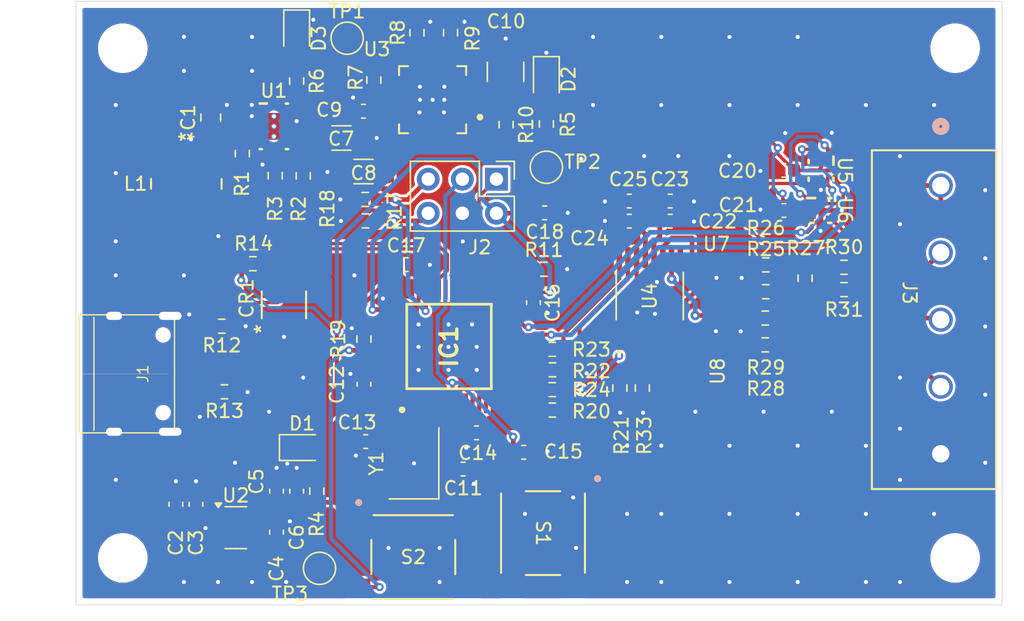
<source format=kicad_pcb>
(kicad_pcb (version 20240108) (generator "pcbnew") (generator_version "8.0")
  (layers (0 "F.Cu" signal) (1 "In1.Cu" signal) (2 "In2.Cu" signal) (31 "B.Cu" signal) (34 "B.Paste" user) (35 "F.Paste" user) (36 "B.SilkS" user "B.Silkscreen") (37 "F.SilkS" user "F.Silkscreen") (38 "B.Mask" user) (39 "F.Mask" user) (44 "Edge.Cuts" user))
  (net 0 "")
  (net 1 "+5V")
  (net 2 "+3V3")
  (net 3 "Net-(U2-BYP)")
  (net 4 "+5V5")
  (net 5 "Net-(U3-NR)")
  (net 6 "Net-(C10-Pad1)")
  (net 7 "HSE_OUT")
  (net 8 "HSE_IN")
  (net 9 "STM_RST")
  (net 10 "Net-(D1-A)")
  (net 11 "Net-(D2-A)")
  (net 12 "Net-(D3-A)")
  (net 13 "SPI1_MOSI")
  (net 15 "SPI1_SCK")
  (net 16 "DRDY")
  (net 21 "STM_BOOT0")
  (net 26 "BOOT1")
  (net 27 "SPI1_MISO")
  (net 33 "SWDIO")
  (net 37 "SWCLK")
  (net 42 "AC_EXC1")
  (net 46 "AC_EXC0")
  (net 47 "Net-(J1-CC1)")
  (net 48 "Net-(J1-CC2)")
  (net 51 "Net-(U1-SW)")
  (net 52 "Net-(U1-ILIM)")
  (net 53 "Net-(U1-FB)")
  (net 54 "Net-(U1-VOSNS)")
  (net 55 "Net-(U3-EN)")
  (net 56 "Net-(U3-0P4V)")
  (net 57 "Net-(U3-3P2V)")
  (net 58 "/USB_D+")
  (net 59 "Net-(U4-~{DRDY})")
  (net 60 "Net-(U4-~{CS})")
  (net 61 "Net-(U4-DOUT{slash}~{DRDY})")
  (net 62 "Net-(U4-DIN)")
  (net 63 "Net-(U4-SCLK)")
  (net 64 "REF0+")
  (net 65 "REF0-")
  (net 66 "Net-(R25-Pad1)")
  (net 67 "AIN0")
  (net 68 "AIN1")
  (net 87 "Net-(R26-Pad1)")
  (net 88 "GND")
  (net 89 "+5V_LN")
  (net 90 "EXC0")
  (net 91 "EXC1")
  (net 92 "Net-(U4-CLK)")
  (net 93 "USB_Dp")
  (net 94 "/USB_D-")
  (net 95 "USB_Dn")
  (net 96 "Net-(J3-Pad4)")
  (net 97 "Net-(J3-Pad3)")
  (footprint "MountingHole:MountingHole_3.2mm_M3_ISO7380" (layer "F.Cu") (at 97.05 94.725)
    (property "Reference" "H3" (hide yes))
    (property "Value" "MountingHole")
  )
  (footprint "Capacitor_SMD:C_0603_1608Metric" (layer "F.Cu") (at 123.39 85.4 180)
    (property "Reference" "C14")
    (property "Value" "100 nF")
  )
  (footprint "Resistor_SMD:R_0603_1608Metric" (layer "F.Cu") (at 110.49 66.24 -90)
    (property "Reference" "R2")
    (property "Value" "45.3k")
  )
  (footprint "Resistor_SMD:R_0603_1608Metric" (layer "F.Cu") (at 104.425 77.45 180)
    (property "Reference" "R12")
    (property "Value" "5k1")
  )
  (footprint "Capacitor_SMD:C_0603_1608Metric" (layer "F.Cu") (at 122.4 88.1 180)
    (property "Reference" "C11")
    (property "Value" "30 pF")
  )
  (footprint "Resistor_SMD:R_0603_1608Metric" (layer "F.Cu") (at 128.413 73.200001)
    (property "Reference" "R11")
    (property "Value" "10k")
  )
  (footprint "Resistor_SMD:R_0603_1608Metric" (layer "F.Cu") (at 129.04 79.175001)
    (property "Reference" "R23")
    (property "Value" "47")
  )
  (footprint "Resistor_SMD:R_0603_1608Metric" (layer "F.Cu") (at 105.95 64.585 90)
    (property "Reference" "R1")
    (property "Value" "2.0k")
  )
  (footprint "Resistor_SMD:R_0603_1608Metric" (layer "F.Cu") (at 115.75 59.1 -90)
    (property "Reference" "R7")
    (property "Value" "100k")
  )
  (footprint "Capacitor_SMD:C_0603_1608Metric" (layer "F.Cu") (at 108.5 92.8 90)
    (property "Reference" "C4")
    (property "Value" "10 nF")
  )
  (footprint "TestPoint:TestPoint_Pad_D2.0mm" (layer "F.Cu") (at 128.6 65.6)
    (property "Reference" "TP2")
    (property "Value" "TestPoint")
  )
  (footprint "Capacitor_SMD:C_0603_1608Metric" (layer "F.Cu") (at 127.638 75.700001 -90)
    (property "Reference" "C16")
    (property "Value" "100 nF")
  )
  (footprint "Resistor_SMD:R_0603_1608Metric" (layer "F.Cu") (at 108.4 66.225 -90)
    (property "Reference" "R3")
    (property "Value" "10k")
  )
  (footprint "Capacitor_SMD:C_1206_3216Metric" (layer "F.Cu") (at 113.335 63.42)
    (property "Reference" "C7")
    (property "Value" "10uF")
  )
  (footprint "TS5A21366RSER:RSE0008A" (layer "F.Cu") (at 149.059999 65.832501 -90)
    (property "Reference" "U5")
    (property "Value" "TS5A21366RSER")
  )
  (footprint "Capacitor_SMD:C_0603_1608Metric" (layer "F.Cu") (at 126.912002 86.85 180)
    (property "Reference" "C15")
    (property "Value" "100 nF")
  )
  (footprint "Capacitor_SMD:C_0603_1608Metric" (layer "F.Cu") (at 118.15 72.86)
    (property "Reference" "C17")
    (property "Value" "100 nF")
  )
  (footprint "Resistor_SMD:R_0603_1608Metric" (layer "F.Cu") (at 144.903401 78.841599)
    (property "Reference" "R29")
    (property "Value" "47")
  )
  (footprint "LED_SMD:LED_0805_2012Metric" (layer "F.Cu") (at 110 55.5625 -90)
    (property "Reference" "D3")
    (property "Value" "LED")
  )
  (footprint "Resistor_SMD:R_0603_1608Metric" (layer "F.Cu") (at 118.96 55.575001 90)
    (property "Reference" "R8")
    (property "Value" "0")
  )
  (footprint "Resistor_SMD:R_0603_1608Metric" (layer "F.Cu") (at 115.125 69.6)
    (property "Reference" "R17")
    (property "Value" "10k")
  )
  (footprint "Resistor_SMD:R_0603_1608Metric" (layer "F.Cu") (at 110 59.175 90)
    (property "Reference" "R6")
    (property "Value" "10k")
  )
  (footprint "Capacitor_SMD:C_0603_1608Metric" (layer "F.Cu") (at 102.5 90.725 90)
    (property "Reference" "C3")
    (property "Value" "100 nF")
  )
  (footprint "Capacitor_SMD:C_0603_1608Metric" (layer "F.Cu") (at 128.475 69 180)
    (property "Reference" "C18")
    (property "Value" "100 nF")
  )
  (footprint "Resistor_SMD:R_0603_1608Metric" (layer "F.Cu") (at 144.903401 76.841599)
    (property "Reference" "R28")
    (property "Value" "47")
  )
  (footprint "MountingHole:MountingHole_3.2mm_M3_ISO7380" (layer "F.Cu") (at 159.05 56.725)
    (property "Reference" "H2" (hide yes))
    (property "Value" "MountingHole")
  )
  (footprint "Fiducial:Fiducial_1mm_Mask2mm" (layer "F.Cu") (at 151 56)
    (property "Reference" "FID3" (hide yes))
    (property "Value" "Fiducial")
  )
  (footprint "MountingHole:MountingHole_3.2mm_M3_ISO7380" (layer "F.Cu") (at 97.05 56.725)
    (property "Reference" "H1" (hide yes))
    (property "Value" "MountingHole")
  )
  (footprint "Resistor_SMD:R_0603_1608Metric" (layer "F.Cu") (at 129.04 83.700001)
    (property "Reference" "R20")
    (property "Value" "47")
  )
  (footprint "TestPoint:TestPoint_Pad_D2.0mm" (layer "F.Cu") (at 113.76 55.98)
    (property "Reference" "TP1")
    (property "Value" "TestPoint")
  )
  (footprint "Capacitor_SMD:C_0603_1608Metric" (layer "F.Cu") (at 137.825 69.62)
    (property "Reference" "C22")
    (property "Value" "1uF")
  )
  (footprint "Resistor_SMD:R_0603_1608Metric" (layer "F.Cu") (at 104.62 82.34 180)
    (property "Reference" "R13")
    (property "Value" "5k1")
  )
  (footprint "PTS645SM43SMTR92_LFS:SWITCH_43SMTR92LFS" (layer "F.Cu") (at 118.687002 94.661999)
    (property "Reference" "S2")
    (property "Value" "Boot")
  )
  (footprint "Resistor_SMD:R_0603_1608Metric" (layer "F.Cu") (at 121.46 55.575001 90)
    (property "Reference" "R9")
    (property "Value" "0")
  )
  (footprint "Capacitor_SMD:C_0603_1608Metric" (layer "F.Cu") (at 146.295 68.82 180)
    (property "Reference" "C21")
    (property "Value" "1uF")
  )
  (footprint "TPS61096ADSSR:DSS0012A" (layer "F.Cu") (at 108.3 62.549999)
    (property "Reference" "U1")
    (property "Value" "TPS61096ADSSR")
  )
  (footprint "TestPoint:TestPoint_Pad_D2.0mm" (layer "F.Cu") (at 111.7 95.5)
    (property "Reference" "TP3")
    (property "Value" "TestPoint")
  )
  (footprint "Resistor_SMD:R_0603_1608Metric" (layer "F.Cu") (at 144.945 74.88 180)
    (property "Reference" "R26")
    (property "Value" "0")
  )
  (footprint "TS5A21366RSER:RSE0008A" (layer "F.Cu") (at 149.045001 68.82)
    (property "Reference" "U6")
    (property "Value" "TS5A21366RSER")
  )
  (footprint "ADS1220IPWR:SOP65P640X120-16N" (layer "F.Cu") (at 136.3 75.2 90)
    (property "Reference" "U4")
    (property "Value" "ADS1220xPW")
  )
  (footprint "Capacitor_SMD:C_0603_1608Metric" (layer "F.Cu") (at 115.138 86.050001)
    (property "Reference" "C13")
    (property "Value" "30 pF")
  )
  (footprint "Capacitor_SMD:C_0603_1608Metric" (layer "F.Cu") (at 134.775 68.12 180)
    (property "Reference" "C25")
    (property "Value" "100 nF")
  )
  (footprint "250X15W104MV4E:X15" (layer "F.Cu") (at 141.227901 77.8286 90)
    (property "Reference" "U8")
    (property "Value" "100 nF")
  )
  (footprint "Resistor_SMD:R_0603_1608Metric" (layer "F.Cu") (at 111.5 89.75 90)
    (property "Reference" "R4")
    (property "Value" "6.65k")
  )
  (footprint "Resistor_SMD:R_0603_1608Metric" (layer "F.Cu") (at 106.74 72.79 180)
    (property "Reference" "R14")
    (property "Value" "1k5")
  )
  (footprint "Resistor_SMD:R_0603_1608Metric" (layer "F.Cu") (at 144.945 72.88 180)
    (property "Reference" "R25")
    (property "Value" "0")
  )
  (footprint "1935190:CONN_1935190_PXC" (layer "F.Cu") (at 157.975 66.9625 -90)
    (property "Reference" "J3")
    (property "Value" "1935190")
  )
  (footprint "Capacitor_SMD:C_0603_1608Metric" (layer "F.Cu") (at 110 89.75 90)
    (property "Reference" "C6")
    (property "Value" "100 nF")
  )
  (footprint "Fiducial:Fiducial_1mm_Mask2mm" (layer "F.Cu") (at 151 95.5)
    (property "Reference" "FID2" (hide yes))
    (property "Value" "Fiducial")
  )
  (footprint "USBLC6_2SC6:SOT23-6L_STM" (layer "F.Cu") (at 109.049999 75.86525 90)
    (property "Reference" "CR1")
    (property "Value" "USBLC6-2SC6")
  )
  (footprint "LED_SMD:LED_0805_2012Metric" (layer "F.Cu") (at 128.6 59.0375 -90)
    (property "Reference" "D2")
    (property "Value" "LED")
  )
  (footprint "Capacitor_SMD:C_0603_1608Metric" (layer "F.Cu") (at 114.975 61.425 180)
    (property "Reference" "C9")
    (property "Value" "1uF")
  )
  (footprint "250X15W104MV4E:X15" (layer "F.Cu") (at 141.27 73.8386 90)
    (property "Reference" "U7")
    (property "Value" "100 nF")
  )
  (footprint "Capacitor_SMD:C_0603_1608Metric" (layer "F.Cu") (at 115.013 81.775001 90)
    (property "Reference" "C12")
    (property "Value" "100 nF")
  )
  (footprint "STM32F103C6T7A:QFP50P900X900X160-48N" (layer "F.Cu") (at 121.35 78.962 90)
    (property "Reference" "IC1")
    (property "Value" "STM32F103C6T7A" (hide yes))
  )
  (footprint "VLCF5020T-2R7N1R7:IND_5028_TDK" (layer "F.Cu") (at 101.78 66.84 -90)
    (property "Reference" "L1")
    (property "Value" "2.7uH")
  )
  (footprint "Capacitor_SMD:C_0603_1608Metric" (layer "F.Cu") (at 108.5 89.75 90)
    (property "Reference" "C5")
    (property "Value" "1uF")
  )
  (footprint "Capacitor_SMD:C_1206_3216Metric" (layer "F.Cu") (at 114.98 65.92 180)
    (property "Reference" "C8")
    (property "Value" "10uF")
  )
  (footprint "Capacitor_SMD:C_0603_1608Metric" (layer "F.Cu") (at 101 90.725 90)
    (property "Reference" "C2")
    (property "Value" "1uF")
  )
  (footprint "Capacitor_SMD:C_1210_3225Metric" (layer "F.Cu") (at 125.56 58.490001 90)
    (property "Reference" "C10")
    (property "Value" "22uF")
  )
  (footprint "Capacitor_SMD:C_0603_1608Metric" (layer "F.Cu") (at 137.825 68.12)
    (property "Reference" "C23")
    (property "Value" "100 nF")
  )
  (footprint "Resistor_SMD:R_0603_1608Metric" (layer "F.Cu") (at 129.052 80.7)
    (property "Reference" "R22")
    (property "Value" "47")
  )
  (footprint "Capacitor_SMD:C_0603_1608Metric" (layer "F.Cu") (at 134.775 69.62 180)
    (property "Reference" "C24")
    (property "Value" "1uF")
  )
  (footprint "MountingHole:MountingHole_3.2mm_M3_ISO7380" (layer "F.Cu") (at 159.05 94.725)
    (property "Reference" "H4" (hide yes))
    (property "Value" "MountingHole")
  )
  (footprint "Resistor_SMD:R_0603_1608Metric" (layer "F.Cu") (at 134.075 82.0625 90)
    (property "Reference" "R21")
    (property "Value" "10k")
  )
  (footprint "USB-C-Power-tester:TYPE-C-31-M-12" (layer "F.Cu") (at 96.4 81 -90)
    (property "Reference" "J1")
    (property "Value" "Connector_USB_C_Receptacle_USB2.0")
  )
  (footprint "Resistor_SMD:R_0603_1608Metric" (layer "F.Cu") (at 128.6 62.375 90)
    (property "Reference" "R5")
    (property "Value" "6.65k")
  )
  (footprint "PTS645SM43SMTR92_LFS:SWITCH_43SMTR92LFS" (layer "F.Cu") (at 128.350001 92.874998 -90)
    (property "Reference" "S1")
    (property "Value" "Reset")
  )
  (footprint "Resistor_SMD:R_0603_1608Metric" (layer "F.Cu") (at 115.012 78.412 90)
    (property "Reference" "R19")
    (property "Value" "10k")
  )
  (footprint "Connector_PinHeader_2.54mm:PinHeader_2x03_P2.54mm_Vertical" (layer "F.Cu") (at 124.88 66.488001 -90)
    (property "Reference" "J2")
    (property "Value" "DBG")
  )
  (footprint "Crystal:Crystal_SMD_5032-4Pin_5.0x3.2mm" (layer "F.Cu") (at 118.738 87.675001 90)
    (property "Reference" "Y1")
    (property "Value" "8 Mhz")
  )
  (footprint "Package_TO_SOT_SMD:SOT-23-5" (layer "F.Cu") (at 105.465 92.47)
    (property "Reference" "U2")
    (property "Value" "LD3985M33R_SOT23")
  )
  (footprint "Resistor_SMD:R_0603_1608Metric" (layer "F.Cu") (at 115.1 68 180)
    (property "Reference" "R18")
    (property "Value" "10k")
  )
  (footprint "Resistor_SMD:R_0603_1608Metric" (layer "F.Cu") (at 147.87 73.87 -90)
    (property "Reference" "R27")
    (property "Value" "9.09k")
  )
  (footprint "Resistor_SMD:R_0603_1608Metric" (layer "F.Cu") (at 129.04 82.180001)
    (property "Reference" "R24")
    (property "Value" "47")
  )
  (footprint "Resistor_SMD:R_0603_1608Metric" (layer "F.Cu") (at 150.77 73.06 180)
    (property "Reference" "R30")
    (property "Value" "0")
  )
  (footprint "Resistor_SMD:R_0603_1608Metric" (layer "F.Cu") (at 150.77 74.72 180)
    (property "Reference" "R31")
    (property "Value" "0")
  )
  (footprint "LED_SMD:LED_0805_2012Metric" (layer "F.Cu") (at 110.4 86.5)
    (property "Reference" "D1")
    (property "Value" "LED")
  )
  (footprint "TPS7A4700RGWR:RGW0020A-IPC_A" (layer "F.Cu") (at 120.125 60.565001 180)
    (property "Reference" "U3")
    (property "Value" "TPS7A4700RGWR")
  )
  (footprint "Resistor_SMD:R_0603_1608Metric" (layer "F.Cu") (at 125.6 62.425 90)
    (property "Reference" "R10")
    (property "Value" "0.1")
  )
  (footprint "Capacitor_SMD:C_0603_1608Metric" (layer "F.Cu") (at 146.285 65.832501 180)
    (property "Reference" "C20")
    (property "Value" "1uF")
  )
  (footprint "Capacitor_SMD:C_0805_2012Metric" (layer "F.Cu") (at 103.6 61.9 90)
    (property "Reference" "C1")
    (property "Value" "4.7uF")
  )
  (footprint "Resistor_SMD:R_0603_1608Metric" (layer "F.Cu") (at 135.75 82.062501 90)
    (property "Reference" "R33")
    (property "Value" "10k")
  )
  (footprint "Fiducial:Fiducial_1mm_Mask2mm" (layer "F.Cu") (at 104 56)
    (property "Reference" "FID1" (hide yes))
    (property "Value" "Fiducial")
  )
  (gr_rect (start 93.55 53.225) (end 162.55 98.225) (stroke (width 0.05)) (fill none) (layer "Edge.Cuts"))
  (segment (start 100.77 71.58) (end 100.76 71.59) (width 0.25) (layer "F.Cu") (net 1))
  (segment (start 100.55 83.3) (end 99.79 82.54) (width 0.35) (layer "F.Cu") (net 1))
  (segment (start 107.350002 64.419998) (end 107.350002 63.799999) (width 0.25) (layer "F.Cu") (net 1))
  (segment (start 101.95 93.42) (end 104.3275 93.42) (width 0.35) (layer "F.Cu") (net 1))
  (segment (start 102.475 78.425) (end 102.72 78.18) (width 0.25) (layer "F.Cu") (net 1))
  (segment (start 99.04 71.59) (end 97.98 70.53) (width 0.25) (layer "F.Cu") (net 1))
  (segment (start 101.5 83.3) (end 100.55 83.3) (width 0.35) (layer "F.Cu") (net 1))
  (segment (start 103.455 84.479595) (end 103.455 83.920405) (width 0.35) (layer "F.Cu") (net 1))
  (segment (start 101.78 65.14) (end 104.495 62.425) (width 0.25) (layer "F.Cu") (net 1))
  (segment (start 104.495 62.425) (end 106.985 62.425) (width 0.25) (layer "F.Cu") (net 1))
  (segment (start 109.049999 75.23895) (end 108.598949 75.69) (width 0.25) (layer "F.Cu") (net 1))
  (segment (start 102.72 76.33) (end 102.72 74.3) (width 0.25) (layer "F.Cu") (net 1))
  (segment (start 99.79 82.54) (end 99.79 79.62) (width 0.35) (layer "F.Cu") (net 1))
  (segment (start 101.92 93.39) (end 101.95 93.42) (width 0.35) (layer "F.Cu") (net 1))
  (segment (start 109.049999 74.5) (end 109.049999 75.23895) (width 0.25) (layer "F.Cu") (net 1))
  (segment (start 105.44 67.32) (end 105.95 66.81) (width 0.25) (layer "F.Cu") (net 1))
  (segment (start 102.5 91.5) (end 102.5 91.8) (width 0.35) (layer "F.Cu") (net 1))
  (segment (start 103.44 75.69) (end 102.8 76.33) (width 0.25) (layer "F.Cu") (net 1))
  (segment (start 103.455 83.920405) (end 103.059595 83.525) (width 0.35) (layer "F.Cu") (net 1))
  (segment (start 105.95 65.41) (end 106.36 65.41) (width 0.25) (layer "F.Cu") (net 1))
  (segment (start 105.44 71.58) (end 100.77 71.58) (width 0.25) (layer "F.Cu") (net 1))
  (segment (start 99.79 79.62) (end 100.71 78.7) (width 0.35) (layer "F.Cu") (net 1))
  (segment (start 107.110001 62.299999) (end 107.350002 62.299999) (width 0.25) (layer "F.Cu") (net 1))
  (segment (start 108.598949 75.69) (end 103.44 75.69) (width 0.25) (layer "F.Cu") (net 1))
  (segment (start 100.2 90.7) (end 100.2 87.734595) (width 0.35) (layer "F.Cu") (net 1))
  (segment (start 102.8 76.33) (end 102.72 76.33) (width 0.25) (layer "F.Cu") (net 1))
  (segment (start 103.059595 83.525) (end 101.55 83.525) (width 0.35) (layer "F.Cu") (net 1))
  (segment (start 97.98 64.14) (end 99.13 62.99) (width 0.25) (layer "F.Cu") (net 1))
  (segment (start 100.76 71.59) (end 99.04 71.59) (width 0.25) (layer "F.Cu") (net 1))
  (segment (start 100.71 78.7) (end 101.5 78.7) (width 0.35) (layer "F.Cu") (net 1))
  (segment (start 99.13 62.98) (end 99.26 62.85) (width 0.25) (layer "F.Cu") (net 1))
  (segment (start 97.98 70.53) (end 97.98 64.14) (width 0.25) (layer "F.Cu") (net 1))
  (segment (start 106.985 62.425) (end 107.110001 62.299999) (width 0.25) (layer "F.Cu") (net 1))
  (segment (start 102.72 74.3) (end 105.44 71.58) (width 0.25) (layer "F.Cu") (net 1))
  (segment (start 100.2 87.734595) (end 103.455 84.479595) (width 0.35) (layer "F.Cu") (net 1))
  (segment (start 99.26 62.85) (end 103.6 62.85) (width 0.25) (layer "F.Cu") (net 1))
  (segment (start 105.95 66.81) (end 105.95 65.41) (width 0.25) (layer "F.Cu") (net 1))
  (segment (start 105.44 71.58) (end 105.44 67.32) (width 0.25) (layer "F.Cu") (net 1))
  (segment (start 101.92 92.38) (end 101.92 93.39) (width 0.35) (layer "F.Cu") (net 1))
  (segment (start 99.13 62.99) (end 99.13 62.98) (width 0.25) (layer "F.Cu") (net 1))
  (segment (start 102.72 78.18) (end 102.72 76.33) (width 0.25) (layer "F.Cu") (net 1))
  (segment (start 102.5 91.8) (end 101.92 92.38) (width 0.35) (layer "F.Cu") (net 1))
  (segment (start 101 91.5) (end 100.2 90.7) (width 0.35) (layer "F.Cu") (net 1))
  (segment (start 101 91.5) (end 102.5 91.5) (width 0.35) (layer "F.Cu") (net 1))
  (segment (start 102.5 91.5) (end 104.3075 91.5) (width 0.35) (layer "F.Cu") (net 1))
  (segment (start 104.3075 91.5) (end 104.3275 91.52) (width 0.35) (layer "F.Cu") (net 1))
  (segment (start 106.36 65.41) (end 107.350002 64.419998) (width 0.25) (layer "F.Cu") (net 1))
  (segment (start 101.5 78.425) (end 102.475 78.425) (width 0.25) (layer "F.Cu") (net 1))
  (segment (start 111.5 91.79) (end 111.7 91.99) (width 0.35) (layer "F.Cu") (net 2))
  (segment (start 112.95 77.835761) (end 117.375 73.410761) (width 0.3) (layer "F.Cu") (net 2))
  (segment (start 128.845001 74.925001) (end 128.84 74.92) (width 0.25) (layer "F.Cu") (net 2))
  (segment (start 112.875006 90.575) (end 114.712004 92.411998) (width 0.35) (layer "F.Cu") (net 2))
  (segment (start 113.910001 82.550001) (end 112.99 81.63) (width 0.3) (layer "F.Cu") (net 2))
  (segment (start 123.33 90.64) (end 124.165 89.805) (width 0.35) (layer "F.Cu") (net 2))
  (segment (start 124.165 89.805) (end 124.165 85.4) (width 0.35) (layer "F.Cu") (net 2))
  (segment (start 135.55 69.62) (end 135.55 68.12) (width 0.35) (layer "F.Cu") (net 2))
  (segment (start 135.975 72.33) (end 135.975 70.585) (width 0.35) (layer "F.Cu") (net 2))
  (segment (start 129.926802 66.773198) (end 134.843198 66.773198) (width 0.35) (layer "F.Cu") (net 2))
  (segment (start 122.6 84.1875) (end 122.8125 84.4) (width 0.3) (layer "F.Cu") (net 2))
  (segment (start 110 90.525) (end 111.45 90.525) (width 0.35) (layer "F.Cu") (net 2))
  (segment (start 107.725 90.525) (end 108.5 90.525) (width 0.35) (layer "F.Cu") (net 2))
  (segment (start 122.8125 84.4) (end 123.74 84.4) (width 0.3) (layer "F.Cu") (net 2))
  (segment (start 124.165 84.825) (end 124.165 85.4) (width 0.3) (layer "F.Cu") (net 2))
  (segment (start 112.875006 84.687995) (end 115.013 82.550001) (width 0.35) (layer "F.Cu") (net 2))
  (segment (start 134.843198 66.773198) (end 135.55 67.48) (width 0.35) (layer "F.Cu") (net 2))
  (segment (start 112.99 81.63) (end 112.99 77.81) (width 0.3) (layer "F.Cu") (net 2))
  (segment (start 106.6025 91.52) (end 107.5825 90.54) (width 0.35) (layer "F.Cu") (net 2))
  (segment (start 135.55 67.48) (end 135.55 68.12) (width 0.35) (layer "F.Cu") (net 2))
  (segment (start 111.5 90.575) (end 112.875006 90.575) (width 0.35) (layer "F.Cu") (net 2))
  (segment (start 111.5 91.59) (end 111.5 91.79) (width 0.35) (layer "F.Cu") (net 2))
  (segment (start 107.5825 90.54) (end 107.71 90.54) (width 0.35) (layer "F.Cu") (net 2))
  (segment (start 135.55 70.16) (end 135.55 69.62) (width 0.35) (layer "F.Cu") (net 2))
  (segment (start 115.013 82.550001) (end 113.910001 82.550001) (width 0.3) (layer "F.Cu") (net 2))
  (segment (start 105.9 72.7175) (end 105.9 73.9825) (width 0.35) (layer "F.Cu") (net 2))
  (segment (start 119.908002 92.411998) (end 121.68 90.64) (width 0.35) (layer "F.Cu") (net 2))
  (segment (start 126.874999 74.925001) (end 127.638 74.925001) (width 0.25) (layer "F.Cu") (net 2))
  (segment (start 117.375 73.410761) (end 117.375 72.86) (width 0.3) (layer "F.Cu") (net 2))
  (segment (start 108.5 90.525) (end 110 90.525) (width 0.35) (layer "F.Cu") (net 2))
  (segment (start 114.712004 92.411998) (end 119.908002 92.411998) (width 0.35) (layer "F.Cu") (net 2))
  (segment (start 128.834999 74.925001) (end 128.84 74.92) (width 0.25) (layer "F.Cu") (net 2))
  (segment (start 122.6 83.2) (end 122.6 84.1875) (width 0.3) (layer "F.Cu") (net 2))
  (segment (start 127.638 74.925001) (end 128.834999 74.925001) (width 0.25) (layer "F.Cu") (net 2))
  (segment (start 123.74 84.4) (end 124.165 84.825) (width 0.3) (layer "F.Cu") (net 2))
  (segment (start 121.68 90.64) (end 123.33 90.64) (width 0.35) (layer "F.Cu") (net 2))
  (segment (start 111.5 95.3) (end 111.7 95.5) (width 0.35) (layer "F.Cu") (net 2))
  (segment (start 125.588 76.212) (end 126.874999 74.925001) (width 0.25) (layer "F.Cu") (net 2))
  (segment (start 124.88 69.028001) (end 127.671999 69.028001) (width 0.35) (layer "F.Cu") (net 2))
  (segment (start 127.7 69) (end 129.926802 66.773198) (width 0.35) (layer "F.Cu") (net 2))
  (segment (start 127.671999 69.028001) (end 127.7 69) (width 0.35) (layer "F.Cu") (net 2))
  (segment (start 135.975 70.585) (end 135.55 70.16) (width 0.35) (layer "F.Cu") (net 2))
  (segment (start 111.45 90.525) (end 111.5 90.575) (width 0.35) (layer "F.Cu") (net 2))
  (segment (start 112.875006 90.575) (end 112.875006 84.687995) (width 0.35) (layer "F.Cu") (net 2))
  (segment (start 111.5 90.575) (end 111.5 91.59) (width 0.35) (layer "F.Cu") (net 2))
  (segment (start 107.71 90.54) (end 107.725 90.525) (width 0.35) (layer "F.Cu") (net 2))
  (segment (start 111.7 91.99) (end 111.7 95.5) (width 0.35) (layer "F.Cu") (net 2))
  (via (at 128.84 74.92) (size 0.6) (drill 0.3) (layers "F.Cu" "B.Cu") (net 2))
  (via (at 105.865 74.0175) (size 0.6) (drill 0.3) (layers "F.Cu" "B.Cu") (net 2))
  (via (at 112.99 77.81) (size 0.6) (drill 0.3) (layers "F.Cu" "B.Cu") (net 2))
  (segment (start 128.84 72.988001) (end 128.84 74.92) (width 0.35) (layer "B.Cu") (net 2))
  (segment (start 105.865 74.0175) (end 107.9175 76.07) (width 0.242062) (layer "B.Cu") (net 2))
  (segment (start 123.64 67.788001) (end 124.88 69.028001) (width 0.35) (layer "B.Cu") (net 2))
  (segment (start 123.64 65.65) (end 123.64 67.788001) (width 0.35) (layer "B.Cu") (net 2))
  (segment (start 112.99 71.1) (end 113.26 70.83) (width 0.3) (layer "B.Cu") (net 2))
  (segment (start 107.9175 76.07) (end 111.25 76.07) (width 0.242062) (layer "B.Cu") (net 2))
  (segment (start 119.06 65.03) (end 123.02 65.03) (width 0.35) (layer "B.Cu") (net 2))
  (segment (start 112.99 77.81) (end 112.99 71.1) (width 0.3) (layer "B.Cu") (net 2))
  (segment (start 124.88 69.028001) (end 128.84 72.988001) (width 0.35) (layer "B.Cu") (net 2))
  (segment (start 111.25 76.07) (end 112.99 77.81) (width 0.242062) (layer "B.Cu") (net 2))
  (segment (start 123.02 65.03) (end 123.64 65.65) (width 0.35) (layer "B.Cu") (net 2))
  (segment (start 113.26 70.83) (end 119.06 65.03) (width 0.35) (layer "B.Cu") (net 2))
  (segment (start 106.6025 93.42) (end 108.345 93.42) (width 0.35) (layer "F.Cu") (net 3))
  (segment (start 108.345 93.42) (end 108.5 93.575) (width 0.35) (layer "F.Cu") (net 3))
  (segment (start 113.885 58.105) (end 113.725 58.105) (width 0.3) (layer "F.Cu") (net 4))
  (segment (start 110.26 62.799999) (end 110.410001 62.799999) (width 0.25) (layer "F.Cu") (net 4))
  (segment (start 110 61.09) (end 110 60) (width 0.25) (layer "F.Cu") (net 4))
  (segment (start 109.250001 62.799999) (end 110.339999 62.799999) (width 0.25) (layer "F.Cu") (net 4))
  (segment (start 118.83 62.945551) (end 118.825 62.940551) (width 0.25) (layer "F.Cu") (net 4))
  (segment (start 113.885 58.105) (end 113.76 57.98) (width 0.3) (layer "F.Cu") (net 4))
  (segment (start 109.250001 62.799999) (end 110.26 62.799999) (width 0.25) (layer "F.Cu") (net 4))
  (segment (start 113.74 58) (end 113.76 57.98) (width 0.25) (layer "F.Cu") (net 4))
  (segment (start 115.75 58.275) (end 114.055 58.275) (width 0.3) (layer "F.Cu") (net 4))
  (segment (start 110.77 62.44) (end 110.77 61.86) (width 0.25) (layer "F.Cu") (net 4))
  (segment (start 110.26 62.799999) (end 110.409999 62.799999) (width 0.25) (layer "F.Cu") (net 4))
  (segment (start 111.86 63.42) (end 113.14 64.7) (width 0.25) (layer "F.Cu") (net 4))
  (segment (start 113.76 57.98) (end 113.76 55.98) (width 0.3) (layer "F.Cu") (net 4))
  (segment (start 112.89 59.51) (end 112.4 60) (width 0.3) (layer "F.Cu") (net 4))
  (segment (start 113.725 58.105) (end 112.89 58.94) (width 0.3) (layer "F.Cu") (net 4))
  (segment (start 112.89 58.94) (end 112.89 59.51) (width 0.3) (layer "F.Cu") (net 4))
  (segment (start 115.235 64.7) (end 116.455 65.92) (width 0.25) (layer "F.Cu") (net 4))
  (segment (start 112.4 60) (end 110 60) (width 0.3) (layer "F.Cu") (net 4))
  (segment (start 114.055 58.275) (end 113.885 58.105) (width 0.3) (layer "F.Cu") (net 4))
  (segment (start 110.339999 62.799999) (end 110.96 63.42) (width 0.25) (layer "F.Cu") (net 4))
  (segment (start 113.14 64.7) (end 115.235 64.7) (width 0.25) (layer "F.Cu") (net 4))
  (segment (start 110.410001 62.799999) (end 110.77 62.44) (width 0.25) (layer "F.Cu") (net 4))
  (segment (start 110.77 61.86) (end 110 61.09) (width 0.25) (layer "F.Cu") (net 4))
  (segment (start 110.96 63.42) (end 111.86 63.42) (width 0.25) (layer "F.Cu") (net 4))
  (segment (start 115.75 61.425) (end 116.435 61.425) (width 0.25) (layer "F.Cu") (net 5))
  (segment (start 116.645 61.215) (end 117.74945 61.215) (width 0.25) (layer "F.Cu") (net 5))
  (segment (start 116.435 61.425) (end 116.645 61.215) (width 0.25) (layer "F.Cu") (net 5))
  (segment (start 125.6 60.005001) (end 125.56 59.965001) (width 0.25) (layer "F.Cu") (net 6))
  (segment (start 125.6 61.6) (end 125.6 60.005001) (width 0.25) (layer "F.Cu") (net 6))
  (segment (start 121.1 85.74) (end 121.1 83.2) (width 0.35) (layer "F.Cu") (net 7))
  (segment (start 120.399999 89.325001) (end 121.625 88.1) (width 0.35) (layer "F.Cu") (net 7))
  (segment (start 121.625 88.1) (end 121.625 86.265) (width 0.35) (layer "F.Cu") (net 7))
  (segment (start 119.738 89.325001) (end 120.399999 89.325001) (width 0.35) (layer "F.Cu") (net 7))
  (segment (start 121.625 86.265) (end 121.1 85.74) (width 0.35) (layer "F.Cu") (net 7))
  (segment (start 120.6 84.07) (end 120.6 83.2) (width 0.35) (layer "F.Cu") (net 8))
  (segment (start 118.67 84.54) (end 120.13 84.54) (width 0.35) (layer "F.Cu") (net 8))
  (segment (start 117.738 85.472) (end 118.67 84.54) (width 0.35) (layer "F.Cu") (net 8))
  (segment (start 120.13 84.54) (end 120.6 84.07) (width 0.35) (layer "F.Cu") (net 8))
  (segment (start 115.938 86.025001) (end 115.913 86.050001) (width 0.35) (layer "F.Cu") (net 8))
  (segment (start 117.738 86.025001) (end 115.938 86.025001) (width 0.35) (layer "F.Cu") (net 8))
  (segment (start 117.738 86.025001) (end 117.738 85.472) (width 0.35) (layer "F.Cu") (net 8))
  (segment (start 121.6 81.67) (end 121.59 81.66) (width 0.3) (layer "F.Cu") (net 9))
  (segment (start 126.1 86.887002) (end 126.137002 86.85) (width 0.35) (layer "F.Cu") (net 9))
  (segment (start 126.137002 85.697002) (end 126.13 85.69) (width 0.35) (layer "F.Cu") (net 9))
  (segment (start 121.6 83.2) (end 121.6 81.67) (width 0.3) (layer "F.Cu") (net 9))
  (segment (start 126.137002 86.85) (end 126.137002 85.697002) (width 0.35) (layer "F.Cu") (net 9))
  (segment (start 126.1 88.9) (end 126.1 86.887002) (width 0.35) (layer "F.Cu") (net 9))
  (via (at 126.13 85.69) (size 0.6) (drill 0.3) (layers "F.Cu" "B.Cu") (net 9))
  (via (at 121.59 81.66) (size 0.6) (drill 0.3) (layers "F.Cu" "B.Cu") (net 9))
  (segment (start 121.07 67.758001) (end 121.07 76.13) (width 0.3) (layer "B.Cu") (net 9))
  (segment (start 121.07 76.13) (end 120.51 76.69) (width 0.3) (layer "B.Cu") (net 9))
  (segment (start 120.51 76.69) (end 120.51 80.94) (width 0.3) (layer "B.Cu") (net 9))
  (segment (start 122.1 81.66) (end 126.13 85.69) (width 0.3) (layer "B.Cu") (net 9))
  (segment (start 121.23 81.66) (end 121.59 81.66) (width 0.3) (layer "B.Cu") (net 9))
  (segment (start 121.59 81.66) (end 122.1 81.66) (width 0.3) (layer "B.Cu") (net 9))
  (segment (start 122.34 66.488001) (end 121.07 67.758001) (width 0.3) (layer "B.Cu") (net 9))
  (segment (start 120.51 80.94) (end 121.23 81.66) (width 0.3) (layer "B.Cu") (net 9))
  (segment (start 111.5 88.925) (end 111.5 86.6625) (width 0.35) (layer "F.Cu") (net 10))
  (segment (start 111.5 86.6625) (end 111.3375 86.5) (width 0.35) (layer "F.Cu") (net 10))
  (segment (start 128.6 61.55) (end 128.6 59.975) (width 0.25) (layer "F.Cu") (net 11))
  (segment (start 110 58.35) (end 110 56.5) (width 0.25) (layer "F.Cu") (net 12))
  (segment (start 128.215 79.175001) (end 127.724999 79.175001) (width 0.25) (layer "F.Cu") (net 13))
  (segment (start 127.724999 79.175001) (end 127.188 79.712) (width 0.25) (layer "F.Cu") (net 13))
  (segment (start 127.188 79.712) (end 125.588 79.712) (width 0.25) (layer "F.Cu") (net 13))
  (segment (start 128.215 82.180001) (end 127.730001 82.180001) (width 0.25) (layer "F.Cu") (net 15))
  (segment (start 127.46 81.91) (end 127.46 81.580814) (width 0.25) (layer "F.Cu") (net 15))
  (segment (start 127.46 81.580814) (end 126.591186 80.712) (width 0.25) (layer "F.Cu") (net 15))
  (segment (start 127.730001 82.180001) (end 127.46 81.91) (width 0.25) (layer "F.Cu") (net 15))
  (segment (start 126.591186 80.712) (end 125.588 80.712) (width 0.25) (layer "F.Cu") (net 15))
  (segment (start 126.5255 81.212) (end 125.588 81.212) (width 0.25) (layer "F.Cu") (net 16))
  (segment (start 126.84 82.325001) (end 126.84 81.5265) (width 0.25) (layer "F.Cu") (net 16))
  (segment (start 126.84 81.5265) (end 126.5255 81.212) (width 0.25) (layer "F.Cu") (net 16))
  (segment (start 128.215 83.700001) (end 126.84 82.325001) (width 0.25) (layer "F.Cu") (net 16))
  (segment (start 114.999 79.25) (end 115.012 79.237) (width 0.35) (layer "F.Cu") (net 21))
  (segment (start 113.9 79.25) (end 114.999 79.25) (width 0.35) (layer "F.Cu") (net 21))
  (segment (start 116.18 96.9) (end 114.724004 96.9) (width 0.3) (layer "F.Cu") (net 21))
  (segment (start 115.487 79.712) (end 115.012 79.237) (width 0.3) (layer "F.Cu") (net 21))
  (segment (start 114.724004 96.9) (end 114.712004 96.912) (width 0.3) (layer "F.Cu") (net 21))
  (segment (start 117.112 79.712) (end 115.487 79.712) (width 0.3) (layer "F.Cu") (net 21))
  (via (at 113.9 79.25) (size 0.6) (drill 0.3) (layers "F.Cu" "B.Cu") (net 21))
  (via (at 116.18 96.9) (size 0.6) (drill 0.3) (layers "F.Cu" "B.Cu") (net 21))
  (segment (start 113.47 79.25) (end 113.9 79.25) (width 0.3) (layer "B.Cu") (net 21))
  (segment (start 112.55 93.27) (end 112.55 80.17) (width 0.3) (layer "B.Cu") (net 21))
  (segment (start 116.18 96.9) (end 112.55 93.27) (width 0.3) (layer "B.Cu") (net 21))
  (segment (start 112.55 80.17) (end 113.47 79.25) (width 0.3) (layer "B.Cu") (net 21))
  (segment (start 123.89 77.5015) (end 123.89 76.36) (width 0.25) (layer "F.Cu") (net 26))
  (segment (start 126.46 73.51) (end 126.769999 73.200001) (width 0.25) (layer "F.Cu") (net 26))
  (segment (start 127.171009 73.200001) (end 123.59 69.618992) (width 0.25) (layer "F.Cu") (net 26))
  (segment (start 126.769999 73.200001) (end 127.588 73.200001) (width 0.25) (layer "F.Cu") (net 26))
  (segment (start 124.6005 78.212) (end 123.89 77.5015) (width 0.25) (layer "F.Cu") (net 26))
  (segment (start 123.59 69.618992) (end 123.59 67.778001) (width 0.25) (layer "F.Cu") (net 26))
  (segment (start 123.59 67.778001) (end 124.88 66.488001) (width 0.25) (layer "F.Cu") (net 26))
  (segment (start 123.89 76.36) (end 126.46 73.79) (width 0.25) (layer "F.Cu") (net 26))
  (segment (start 126.46 73.79) (end 126.46 73.51) (width 0.25) (layer "F.Cu") (net 26))
  (segment (start 127.588 73.200001) (end 127.171009 73.200001) (width 0.25) (layer "F.Cu") (net 26))
  (segment (start 125.588 78.212) (end 124.6005 78.212) (width 0.25) (layer "F.Cu") (net 26))
  (segment (start 128.227 80.7) (end 127.739 80.212) (width 0.25) (layer "F.Cu") (net 27))
  (segment (start 127.739 80.212) (end 125.588 80.212) (width 0.25) (layer "F.Cu") (net 27))
  (segment (start 117.35 68) (end 117.36 68.01) (width 0.35) (layer "F.Cu") (net 33))
  (segment (start 119.6 76.32) (end 119.6 74.724) (width 0.35) (layer "F.Cu") (net 33))
  (segment (start 117.36 68.01) (end 118.278001 68.01) (width 0.35) (layer "F.Cu") (net 33))
  (segment (start 115.925 68) (end 117.35 68) (width 0.35) (layer "F.Cu") (net 33))
  (segment (start 118.278001 68.01) (end 119.8 66.488001) (width 0.35) (layer "F.Cu") (net 33))
  (via (at 117.36 68.01) (size 0.6) (drill 0.3) (layers "F.Cu" "B.Cu") (net 33))
  (via (at 119.6 76.32) (size 0.6) (drill 0.3) (layers "F.Cu" "B.Cu") (net 33))
  (segment (start 118.3 68.95) (end 117.36 68.01) (width 0.35) (layer "B.Cu") (net 33))
  (segment (start 119.6 76.32) (end 118.3 75.02) (width 0.35) (layer "B.Cu") (net 33))
  (segment (start 118.3 75.02) (end 118.3 68.95) (width 0.35) (layer "B.Cu") (net 33))
  (segment (start 117.112 76.212) (end 115.668 76.212) (width 0.35) (layer "F.Cu") (net 37))
  (segment (start 117.25 69.6) (end 119.228001 69.6) (width 0.35) (layer "F.Cu") (net 37))
  (segment (start 115.668 76.212) (end 115.65 76.23) (width 0.35) (layer "F.Cu") (net 37))
  (segment (start 119.228001 69.6) (end 119.8 69.028001) (width 0.35) (layer "F.Cu") (net 37))
  (segment (start 115.95 69.6) (end 117.25 69.6) (width 0.35) (layer "F.Cu") (net 37))
  (via (at 117.25 69.6) (size 0.6) (drill 0.3) (layers "F.Cu" "B.Cu") (net 37))
  (via (at 115.65 76.23) (size 0.6) (drill 0.3) (layers "F.Cu" "B.Cu") (net 37))
  (segment (start 115.65 71.2) (end 117.25 69.6) (width 0.35) (layer "B.Cu") (net 37))
  (segment (start 115.65 76.23) (end 115.65 71.2) (width 0.35) (layer "B.Cu") (net 37))
  (segment (start 155.2175 74.72) (end 157.975 71.9625) (width 0.35) (layer "F.Cu") (net 42))
  (segment (start 148.232502 66.81) (end 145.19 66.81) (width 0.25) (layer "F.Cu") (net 42))
  (segment (start 148.56 66.482502) (end 148.232502 66.81) (width 0.25) (layer "F.Cu") (net 42))
  (segment (start 150.064997 71.4) (end 150.92 70.544997) (width 0.25) (layer "F.Cu") (net 42))
  (segment (start 145.02 71.4) (end 150.064997 71.4) (width 0.25) (layer "F.Cu") (net 42))
  (segment (start 150.92 70.544997) (end 150.92 74.045) (width 0.25) (layer "F.Cu") (net 42))
  (segment (start 143.55 68.45) (end 143.55 69.93) (width 0.25) (layer "F.Cu") (net 42))
  (segment (start 143.55 69.93) (end 145.02 71.4) (width 0.25) (layer "F.Cu") (net 42))
  (segment (start 150.92 74.045) (end 151.595 74.72) (width 0.25) (layer "F.Cu") (net 42))
  (segment (start 151.595 74.72) (end 155.2175 74.72) (width 0.35) (layer "F.Cu") (net 42))
  (segment (start 149.695002 69.319999) (end 150.92 70.544997) (width 0.25) (layer "F.Cu") (net 42))
  (segment (start 145.19 66.81) (end 143.55 68.45) (width 0.25) (layer "F.Cu") (net 42))
  (segment (start 149.559998 64.189998) (end 149.33 63.96) (width 0.25) (layer "F.Cu") (net 46))
  (segment (start 154.08 73.06) (end 157.975 69.165) (width 0.35) (layer "F.Cu") (net 46))
  (segment (start 153.0425 66.9625) (end 157.975 66.9625) (width 0.35) (layer "F.Cu") (net 46))
  (segment (start 149.559998 65.1825) (end 149.559998 64.610002) (width 0.25) (layer "F.Cu") (net 46))
  (segment (start 151.595 73.06) (end 154.08 73.06) (width 0.35) (layer "F.Cu") (net 46))
  (segment (start 150 64.17) (end 150.25 64.17) (width 0.35) (layer "F.Cu") (net 46))
  (segment (start 149.559998 65.1825) (end 149.559998 64.189998) (width 0.25) (layer "F.Cu") (net 46))
  (segment (start 157.975 69.165) (end 157.975 66.9625) (width 0.35) (layer "F.Cu") (net 46))
  (segment (start 147.5 67.58) (end 147.654999 67.58) (width 0.25) (layer "F.Cu") (net 46))
  (segment (start 149.559998 64.610002) (end 150 64.17) (width 0.35) (layer "F.Cu") (net 46))
  (segment (start 147.654999 67.58) (end 148.395 68.320001) (width 0.25) (layer "F.Cu") (net 46))
  (segment (start 150.25 64.17) (end 153.0425 66.9625) (width 0.35) (layer "F.Cu") (net 46))
  (via (at 149.33 63.96) (size 0.6) (drill 0.3) (layers "F.Cu" "B.Cu") (net 46))
  (via (at 147.5 67.58) (size 0.6) (drill 0.3) (layers "F.Cu" "B.Cu") (net 46))
  (segment (start 147.32 63.34) (end 147.48 63.34) (width 0.25) (layer "B.Cu") (net 46))
  (segment (start 147.49 63.33) (end 148.7 63.33) (width 0.25) (layer "B.Cu") (net 46))
  (segment (start 148.7 63.33) (end 149.33 63.96) (width 0.25) (layer "B.Cu") (net 46))
  (segment (start 146.8 66.88) (end 146.8 63.86) (width 0.25) (layer "B.Cu") (net 46))
  (segment (start 147.5 67.58) (end 146.8 66.88) (width 0.25) (layer "B.Cu") (net 46))
  (segment (start 146.8 63.86) (end 147.32 63.34) (width 0.25) (layer "B.Cu") (net 46))
  (segment (start 147.48 63.34) (end 147.49 63.33) (width 0.25) (layer "B.Cu") (net 46))
  (segment (start 101.5 79.75) (end 102.84 79.75) (width 0.35) (layer "F.Cu") (net 47))
  (segment (start 103.6 78.99) (end 103.6 77.45) (width 0.35) (layer "F.Cu") (net 47))
  (segment (start 102.84 79.75) (end 103.6 78.99) (width 0.35) (layer "F.Cu") (net 47))
  (segment (start 101.5 82.75) (end 102.34 82.75) (width 0.35) (layer "F.Cu") (net 48))
  (segment (start 102.34 82.75) (end 102.75 82.34) (width 0.35) (layer "F.Cu") (net 48))
  (segment (start 102.75 82.34) (end 103.795 82.34) (width 0.35) (layer "F.Cu") (net 48))
  (segment (start 107.325001 62.825) (end 105.685 62.825) (width 0.25) (layer "F.Cu") (net 51))
  (segment (start 107.350002 62.799999) (end 107.325001 62.825) (width 0.25) (layer "F.Cu") (net 51))
  (segment (start 105.685 62.825) (end 104.505 64.005) (width 0.25) (layer "F.Cu") (net 51))
  (segment (start 104.505 64.005) (end 104.505 67.465) (width 0.25) (layer "F.Cu") (net 51))
  (segment (start 103.43 68.54) (end 101.78 68.54) (width 0.25) (layer "F.Cu") (net 51))
  (segment (start 104.505 67.465) (end 103.43 68.54) (width 0.25) (layer "F.Cu") (net 51))
  (segment (start 106.41 63.3) (end 107.350002 63.3) (width 0.25) (layer "F.Cu") (net 52))
  (segment (start 105.95 63.76) (end 106.41 63.3) (width 0.25) (layer "F.Cu") (net 52))
  (segment (start 109.43 63.979998) (end 109.250001 63.799999) (width 0.25) (layer "F.Cu") (net 53))
  (segment (start 109.43 66.02) (end 109.43 63.979998) (width 0.25) (layer "F.Cu") (net 53))
  (segment (start 110.475 67.065) (end 109.43 66.02) (width 0.25) (layer "F.Cu") (net 53))
  (segment (start 110.49 67.065) (end 110.475 67.065) (width 0.25) (layer "F.Cu") (net 53))
  (segment (start 108.4 67.05) (end 109.43 66.02) (width 0.25) (layer "F.Cu") (net 53))
  (segment (start 109.75 63.3) (end 109.250001 63.3) (width 0.25) (layer "F.Cu") (net 54))
  (segment (start 110.49 65.415) (end 110.49 64.04) (width 0.25) (layer "F.Cu") (net 54))
  (segment (start 110.49 64.04) (end 109.75 63.3) (width 0.25) (layer "F.Cu") (net 54))
  (segment (start 115.75 59.925) (end 116.195 59.925) (width 0.25) (layer "F.Cu") (net 55))
  (segment (start 116.195 59.925) (end 116.835001 60.565001) (width 0.25) (layer "F.Cu") (net 55))
  (segment (start 116.835001 60.565001) (end 117.74945 60.565001) (width 0.25) (layer "F.Cu") (net 55))
  (segment (start 118.825 58.189451) (end 118.825 56.535001) (width 0.25) (layer "F.Cu") (net 56))
  (segment (start 118.825 56.535001) (end 118.96 56.400001) (width 0.25) (layer "F.Cu") (net 56))
  (segment (start 121.425 58.189451) (end 121.425 56.435001) (width 0.25) (layer "F.Cu") (net 57))
  (segment (start 121.425 56.435001) (end 121.46 56.400001) (width 0.25) (layer "F.Cu") (net 57))
  (segment (start 102.525 81.675) (end 102.45 81.75) (width 0.3) (layer "F.Cu") (net 58))
  (segment (start 110 77.2305) (end 110 77.963926) (width 0.242062) (layer "F.Cu") (net 58))
  (segment (start 109.308234 79.984434) (end 108.595437 80.697231) (width 0.242062) (layer "F.Cu") (net 58))
  (segment (start 102.45 81.75) (end 101.5 81.75) (width 0.3) (layer "F.Cu") (net 58))
  (segment (start 101.552769 80.697231) (end 101.5 80.75) (width 0.242062) (layer "F.Cu") (net 58))
  (segment (start 109.308234 78.868431) (end 109.308234 79.984434) (width 0.242062) (layer "F.Cu") (net 58))
  (segment (start 109.673431 78.503234) (end 109.308234 78.868431) (width 0.242062) (layer "F.Cu") (net 58))
  (segment (start 102.45 80.75) (end 102.525 80.825) (width 0.3) (layer "F.Cu") (net 58))
  (segment (start 102.525 80.825) (end 102.525 81.675) (width 0.3) (layer "F.Cu") (net 58))
  (segment (start 101.5 80.75) (end 102.45 80.75) (width 0.3) (layer "F.Cu") (net 58))
  (segment (start 109.673431 78.290495) (end 109.673431 78.503234) (width 0.242062) (layer "F.Cu") (net 58))
  (segment (start 110 77.963926) (end 109.673431 78.290495) (width 0.242062) (layer "F.Cu") (net 58))
  (segment (start 108.595437 80.697231) (end 101.552769 80.697231) (width 0.242062) (layer "F.Cu") (net 58))
  (segment (start 130.579999 83.700001) (end 132.52 81.76) (width 0.3) (layer "F.Cu") (net 59))
  (segment (start 129.865 83.700001) (end 130.579999 83.700001) (width 0.3) (layer "F.Cu") (net 59))
  (segment (start 135.325 74.011396) (end 135.325 72.33) (width 0.3) (layer "F.Cu") (net 59))
  (segment (start 132.52 76.816396) (end 135.325 74.011396) (width 0.3) (layer "F.Cu") (net 59))
  (segment (start 132.52 81.76) (end 132.52 76.816396) (width 0.3) (layer "F.Cu") (net 59))
  (segment (start 134.675 80.125) (end 134.675 78.07) (width 0.35) (layer "F.Cu") (net 60))
  (segment (start 134.075 81.2375) (end 134.075 80.725) (width 0.35) (layer "F.Cu") (net 60))
  (segment (start 134.075 80.725) (end 134.675 80.125) (width 0.35) (layer "F.Cu") (net 60))
  (segment (start 131.07 80.43) (end 131.07 77.53) (width 0.3) (layer "F.Cu") (net 61))
  (segment (start 131.07 77.53) (end 134.675 73.925) (width 0.3) (layer "F.Cu") (net 61))
  (segment (start 129.877 80.7) (end 130.8 80.7) (width 0.3) (layer "F.Cu") (net 61))
  (segment (start 134.675 73.925) (end 134.675 72.33) (width 0.3) (layer "F.Cu") (net 61))
  (segment (start 130.8 80.7) (end 131.07 80.43) (width 0.3) (layer "F.Cu") (net 61))
  (segment (start 129.865 79.175001) (end 129.865 78.055) (width 0.3) (layer "F.Cu") (net 62))
  (segment (start 134.025 73.895) (end 134.025 72.33) (width 0.3) (layer "F.Cu") (net 62))
  (segment (start 129.865 78.055) (end 134.025 73.895) (width 0.3) (layer "F.Cu") (net 62))
  (segment (start 134.02 79.67) (end 134.02 78.075) (width 0.3) (layer "F.Cu") (net 63))
  (segment (start 134.02 78.075) (end 134.025 78.07) (width 0.3) (layer "F.Cu") (net 63))
  (segment (start 131.189999 82.180001) (end 131.2 82.17) (width 0.3) (layer "F.Cu") (net 63))
  (segment (start 129.865 82.180001) (end 131.189999 82.180001) (width 0.3) (layer "F.Cu") (net 63))
  (via (at 134.02 79.67) (size 0.6) (drill 0.3) (layers "F.Cu" "B.Cu") (net 63))
  (via (at 131.2 82.17) (size 0.6) (drill 0.3) (layers "F.Cu" "B.Cu") (net 63))
  (segment (start 131.52 82.17) (end 134.02 79.67) (width 0.3) (layer "B.Cu") (net 63))
  (segment (start 131.2 82.17) (end 131.52 82.17) (width 0.3) (layer "B.Cu") (net 63))
  (segment (start 139.45 70.87) (end 139.45 72.21) (width 0.35) (layer "F.Cu") (net 64))
  (segment (start 137.275 72.33) (end 137.275 71.545001) (width 0.35) (layer "F.Cu") (net 64))
  (segment (start 144.0372 72.7972) (end 144.12 72.88) (width 0.35) (layer "F.Cu") (net 64))
  (segment (start 137.950001 70.87) (end 139.45 70.87) (width 0.35) (layer "F.Cu") (net 64))
  (segment (start 137.275 71.545001) (end 137.950001 70.87) (width 0.35) (layer "F.Cu") (net 64))
  (segment (start 139.45 72.21) (end 140.0372 72.7972) (width 0.35) (layer "F.Cu") (net 64))
  (segment (start 140.0372 72.7972) (end 141.27 72.7972) (width 0.35) (layer "F.Cu") (net 64))
  (segment (start 141.27 72.7972) (end 144.0372 72.7972) (width 0.35) (layer "F.Cu") (net 64))
  (segment (start 137.275 77.285001) (end 139.680001 74.88) (width 0.35) (layer "F.Cu") (net 65))
  (segment (start 144.12 74.88) (end 141.27 74.88) (width 0.35) (layer "F.Cu") (net 65))
  (segment (start 139.680001 74.88) (end 141.27 74.88) (width 0.35) (layer "F.Cu") (net 65))
  (segment (start 137.275 78.07) (end 137.275 77.285001) (width 0.35) (layer "F.Cu") (net 65))
  (segment (start 149.93 73.045) (end 149.945 73.06) (width 0.35) (layer "F.Cu") (net 66))
  (segment (start 149.78 73.045) (end 149.945 72.88) (width 0.35) (layer "F.Cu") (net 66))
  (segment (start 145.77 72.88) (end 147.705 72.88) (width 0.35) (layer "F.Cu") (net 66))
  (segment (start 147.705 72.88) (end 147.87 73.045) (width 0.35) (layer "F.Cu") (net 66))
  (segment (start 147.87 73.045) (end 149.93 73.045) (width 0.35) (layer "F.Cu") (net 66))
  (segment (start 141.227901 76.7872) (end 144.024002 76.7872) (width 0.35) (layer "F.Cu") (net 67))
  (segment (start 141.090701 76.65) (end 141.227901 76.7872) (width 0.35) (layer "F.Cu") (net 67))
  (segment (start 137.925 72.33) (end 137.925 73.925) (width 0.35) (layer "F.Cu") (net 67))
  (segment (start 144.024002 76.7872) (end 144.078401 76.841599) (width 0.35) (layer "F.Cu") (net 67))
  (segment (start 137.925 73.925) (end 137.93 73.93) (width 0.35) (layer "F.Cu") (net 67))
  (segment (start 139.69 76.65) (end 141.090701 76.65) (width 0.35) (layer "F.Cu") (net 67))
  (via (at 137.93 73.93) (size 0.7) (drill 0.3) (layers "F.Cu" "B.Cu") (net 67))
  (via (at 139.69 76.65) (size 0.7) (drill 0.3) (layers "F.Cu" "B.Cu") (net 67))
  (segment (start 139.69 75.69) (end 137.93 73.93) (width 0.35) (layer "B.Cu") (net 67))
  (segment (start 139.69 76.65) (end 139.69 75.69) (width 0.35) (layer "B.Cu") (net 67))
  (segment (start 138.250001 79.18) (end 139.52 79.18) (width 0.35) (layer "F.Cu") (net 68))
  (segment (start 137.925 78.07) (end 137.925 78.854999) (width 0.35) (layer "F.Cu") (net 68))
  (segment (start 139.89 78.87) (end 141.227901 78.87) (width 0.35) (layer "F.Cu") (net 68))
  (segment (start 139.86 78.84) (end 139.89 78.87) (width 0.35) (layer "F.Cu") (net 68))
  (segment (start 137.925 78.854999) (end 138.250001 79.18) (width 0.35) (layer "F.Cu") (net 68))
  (segment (start 139.52 79.18) (end 139.86 78.84) (width 0.35) (layer "F.Cu") (net 68))
  (segment (start 141.227901 78.87) (end 144.05 78.87) (width 0.35) (layer "F.Cu") (net 68))
  (segment (start 144.05 78.87) (end 144.078401 78.841599) (width 0.35) (layer "F.Cu") (net 68))
  (segment (start 147.87 74.695) (end 149.92 74.695) (width 0.35) (layer "F.Cu") (net 87))
  (segment (start 149.76 74.695) (end 149.945 74.88) (width 0.35) (layer "F.Cu") (net 87))
  (segment (start 149.92 74.695) (end 149.945 74.72) (width 0.35) (layer "F.Cu") (net 87))
  (segment (start 147.685 74.88) (end 147.87 74.695) (width 0.35) (layer "F.Cu") (net 87))
  (segment (start 145.77 74.88) (end 147.685 74.88) (width 0.35) (layer "F.Cu") (net 87))
  (segment (start 107.350002 61.299999) (end 106.999999 61.299999) (width 0.2) (layer "F.Cu") (net 88))
  (segment (start 120.774999 58.189451) (end 120.774999 59.374999) (width 0.3) (layer "F.Cu") (net 88))
  (segment (start 105.465 82.36) (end 105.445 82.34) (width 0.6) (layer "F.Cu") (net 88))
  (segment (start 108.5 88.005) (end 108.5 88.995001) (width 0.6) (layer "F.Cu") (net 88))
  (segment (start 140.4445 73.8386) (end 141.27 73.8386) (width 0.6) (layer "F.Cu") (net 88))
  (segment (start 130.6 90.218999) (end 130.6 89.181) (width 1.1) (layer "F.Cu") (net 88))
  (segment (start 144.55 68.757499) (end 145.540001 68.757499) (width 0.6) (layer "F.Cu") (net 88))
  (segment (start 119.915 72.87) (end 118.924999 72.87) (width 0.6) (layer "F.Cu") (net 88))
  (segment (start 106.35 82.36) (end 105.465 82.36) (width 0.6) (layer "F.Cu") (net 88))
  (segment (start 117.112 81.212) (end 115.224999 81.212) (width 0.3) (layer "F.Cu") (net 88))
  (segment (start 114.4 87.095) (end 114.4 86.104999) (width 0.6) (layer "F.Cu") (net 88))
  (segment (start 112.401 65.99) (end 113.438999 65.99) (width 1.1) (layer "F.Cu") (net 88))
  (segment (start 102.5 89.005) (end 102.5 89.995001) (width 0.6) (layer "F.Cu") (net 88))
  (segment (start 102.02 77.855) (end 102.02 76.78) (width 0.4) (layer "F.Cu") (net 88))
  (segment (start 111.245 54.6) (end 110.254999 54.6) (width 0.6) (layer "F.Cu") (net 88))
  (segment (start 114.005 81) (end 114.995001 81) (width 0.6) (layer "F.Cu") (net 88))
  (segment (start 128.6 57.062001) (end 128.6 58.1) (width 1.1) (layer "F.Cu") (net 88))
  (segment (start 122.37 71.13) (end 122.37 70.092001) (width 1.1) (layer "F.Cu") (net 88))
  (segment (start 110 62.16) (end 109.860001 62.299999) (width 0.2) (layer "F.Cu") (net 88))
  (segment (start 144.54 65.87) (end 145.530001 65.87) (width 0.6) (layer "F.Cu") (net 88))
  (segment (start 104.795 60.95) (end 103.804999 60.95) (width 0.6) (layer "F.Cu") (net 88))
  (segment (start 106.650001 61.800001) (end 106.65 61.8) (width 0.2) (layer "F.Cu") (net 88))
  (segment (start 118.738 87.675001) (end 119.738 86.675001) (width 0.6) (layer "F.Cu") (net 88))
  (segment (start 130.15 73.2) (end 129.159999 73.2) (width 0.6) (layer "F.Cu") (net 88))
  (segment (start 149.045 68.169998) (end 149.045001 68.169999) (width 0.3) (layer "F.Cu") (net 88))
  (segment (start 119.950001 54.750001) (end 118.96 54.750001) (width 0.6) (layer "F.Cu") (net 88))
  (segment (start 128.695 76.47) (end 127.704999 76.47) (width 0.6) (layer "F.Cu") (net 88))
  (segment (start 114.811 63.42) (end 115.848999 63.42) (width 1.1) (layer "F.Cu") (net 88))
  (segment (start 149.025 69.490002) (end 149.045001 69.470001) (width 0.155) (layer "F.Cu") (net 88))
  (segment (start 149.045001 70.319999) (end 149.025 70.34) (width 0.3) (layer "F.Cu") (net 88))
  (segment (start 122.63 86.515) (end 122.63 85.524999) (width 0.6) (layer "F.Cu") (net 88))
  (segment (start 125.57 56.005) (end 125.57 57.042999) (width 1.1) (layer "F.Cu") (net 88))
  (segment (start 136.83 74.16) (end 136.69 74.3) (width 0.3) (layer "F.Cu") (net 88))
  (segment (start 103.205 92.5) (end 104.195001 92.5) (width 0.6) (layer "F.Cu") (net 88))
  (segment (start 114.105 77.6) (end 115.095001 77.6) (width 0.6) (layer "F.Cu") (net 88))
  (segment (start 109.860001 62.299999) (end 109.250001 62.299999) (width 0.2) (layer "F.Cu") (net 88))
  (segment (start 120.774999 59.374999) (end 121 59.6) (width 0.3) (layer "F.Cu") (net 88))
  (segment (start 119.738 86.675001) (end 119.738 86.025001) (width 0.6) (layer "F.Cu") (net 88))
  (segment (start 101 89.005) (end 101 89.995001) (width 0.6) (layer "F.Cu") (net 88))
  (segment (start 136.69 76.53) (end 136.625 76.595) (width 0.3) (layer "F.Cu") (net 88))
  (segment (start 121.460001 54.75) (end 121.46 54.750001) (width 0.6) (layer "F.Cu") (net 88))
  (segment (start 107.455 65.4) (end 108.445001 65.4) (width 0.6) (layer "F.Cu") (net 88))
  (segment (start 119.1 74.724) (end 119.1 73.035) (width 0.3) (layer "F.Cu") (net 88))
  (segment (start 140.402401 77.8286) (end 141.227901 77.8286) (width 0.6) (layer "F.Cu") (net 88))
  (segment (start 122.5 54.75) (end 121.460001 54.75) (width 0.6) (layer "F.Cu") (net 88))
  (segment (start 115.224999 81.212) (end 115.013 81.000001) (width 0.3) (layer "F.Cu") (net 88))
  (segment (start 128.69 86.79) (end 127.699999 86.79) (width 0.6) (layer "F.Cu") (net 88))
  (segment (start 119.1 73.035) (end 118.925 72.86) (width 0.3) (layer "F.Cu") (net 88))
  (segment (start 149.045 67.29) (end 149.045 68.169998) (width 0.3) (layer "F.Cu") (net 88))
  (segment (start 149.045001 69.470001) (end 149.045001 70.319999) (width 0.3) (layer "F.Cu") (net 88))
  (segment (start 113.255 68) (end 114.245001 68) (width 0.6) (layer "F.Cu") (net 88))
  (segment (start 135.975 77.025) (end 135.975 78.07) (width 0.3) (layer "F.Cu") (net 88))
  (segment (start 125.588 76.712) (end 127.401001 76.712) (width 0.3) (layer "F.Cu") (net 88))
  (segment (start 123.2 89.2) (end 123.2 88.209999) (width 0.6) (layer "F.Cu") (net 88))
  (segment (start 127.401001 76.712) (end 127.638 76.475001) (width 0.3) (layer "F.Cu") (net 88))
  (segment (start 132.955 69.6) (end 133.945001 69.6) (width 0.6) (layer "F.Cu") (net 88))
  (segment (start 114.2 60.4) (end 114.2 61.390001) (width 0.6) (layer "F.Cu") (net 88))
  (segment (start 117.738 88.675001) (end 118.738 87.675001) (width 0.6) (layer "F.Cu") (net 88))
  (segment (start 109.05 78.245) (end 109.05 77.254999) (width 0.6) (layer "F.Cu") (net 88))
  (segment (start 143.073402 77.841599) (end 142.083401 77.841599) (width 0.6) (layer "F.Cu") (net 88))
  (segment (start 139.595 68.15) (end 138.604999 68.15) (width 0.6) (layer "F.Cu") (net 88))
  (segment (start 106.195 77.45) (end 105.204999 77.45) (width 0.6) (layer "F.Cu") (net 88))
  (segment (start 135.8 83.895) (end 135.8 82.904999) (width 0.6) (layer "F.Cu") (net 88))
  (segment (start 149.059999 67.275001) (end 149.045 67.29) (width 0.155) (layer "F.Cu") (net 88))
  (segment (start 136.69 74.3) (end 136.69 76.53) (width 0.3) (layer "F.Cu") (net 88))
  (segment (start 130.195 69) (end 129.204999 69) (width 0.6) (layer "F.Cu") (net 88))
  (segment (start 149.045001 67.290001) (end 149.045 67.29) (width 0.155) (layer "F.Cu") (net 88))
  (segment (start 110 88.005) (end 110 88.995001) (width 0.6) (layer "F.Cu") (net 88))
  (segment (start 109.3 87.695) (end 109.3 86.704999) (width 0.6) (layer "F.Cu") (net 88))
  (segment (start 139.595 69.65) (end 138.604999 69.65) (width 0.6) (layer "F.Cu") (net 88))
  (segment (start 109.495 92) (end 108.504999 92) (width 0.6) (layer "F.Cu") (net 88))
  (segment (start 134.1 83.895) (end 134.1 82.904999) (width 0.6) (layer "F.Cu") (net 88))
  (segment (start 122.1 83.2) (end 122.1 84.675) (width 0.3) (layer "F.Cu") (net 88))
  (segment (start 107.350002 61.800001) (end 106.650001 61.800001) (width 0.2) (layer "F.Cu") (net 88))
  (segment (start 143.145 73.85) (end 142.154999 73.85) (width 0.6) (layer "F.Cu") (net 88))
  (segment (start 113.305 69.6) (end 114.295001 69.6) (width 0.6) (layer "F.Cu") (net 88))
  (segment (start 136.625 76.595) (end 136.625 78.07) (width 0.3) (layer "F.Cu") (net 88))
  (segment (start 149.695002 68.82) (end 150.605 68.82) (width 0.242062) (layer "F.Cu") (net 88))
  (segment (start 122.1 84.675) (end 122.625 85.2) (width 0.3) (layer "F.Cu") (net 88))
  (segment (start 135.37 76.42) (end 135.975 77.025) (width 0.3) (layer "F.Cu") (net 88))
  (segment (start 132.955 68.15) (end 133.945001 68.15) (width 0.6) (layer "F.Cu") (net 88))
  (segment (start 149.059999 66.482502) (end 149.059999 67.275001) (width 0.155) (layer "F.Cu") (net 88))
  (segment (start 117.738 89.325001) (end 117.738 88.675001) (width 0.6) (layer "F.Cu") (net 88))
  (segment (start 101.781 84.2) (end 102.818999 84.2) (width 0.4826) (layer "F.Cu") (net 88))
  (segment (start 106.999999 61.299999) (end 106.65 60.95) (width 0.2) (layer "F.Cu") (net 88))
  (via (at 119.08 80.71) (size 0.7) (drill 0.3) (layers "F.Cu" "B.Cu") (net 88))
  (via (at 144.55 68.757499) (size 0.7) (drill 0.3) (layers "F.Cu" "B.Cu") (net 88))
  (via (at 118.738 87.675001) (size 0.7) (drill 0.3) (layers "F.Cu" "B.Cu") (net 88))
  (via (at 121.31 78.99) (size 0.7) (drill 0.3) (layers "F.Cu" "B.Cu") (net 88))
  (via (at 138.43 64.77) (size 0.7) (drill 0.3) (layers "F.Cu" "B.Cu") (net 88))
  (via (at 132.955 69.6) (size 0.7) (drill 0.3) (layers "F.Cu" "B.Cu") (net 88))
  (via (at 142.24 55.88) (size 0.7) (drill 0.3) (layers "F.Cu" "B.Cu") (net 88))
  (via (at 154.94 81.28) (size 0.7) (drill 0.3) (layers "F.Cu" "B.Cu") (net 88))
  (via (at 123.06 77.32) (size 0.7) (drill 0.3) (layers "F.Cu" "B.Cu") (net 88))
  (via (at 139.595 68.15) (size 0.7) (drill 0.3) (layers "F.Cu" "B.Cu") (net 88))
  (via (at 147.32 86.36) (size 0.7) (drill 0.3) (layers "F.Cu" "B.Cu") (net 88))
  (via (at 109.05 78.245) (size 0.7) (drill 0.3) (layers "F.Cu" "B.Cu") (net 88))
  (via (at 112.295 65.95) (size 0.7) (drill 0.3) (layers "F.Cu" "B.Cu") (net 88))
  (via (at 119.08 77.32) (size 0.7) (drill 0.3) (layers "F.Cu" "B.Cu") (net 88))
  (via (at 122.63 86.515) (size 0.7) (drill 0.3) (layers "F.Cu" "B.Cu") (net 88))
  (via (at 109.22 96.52) (size 0.7) (drill 0.3) (layers "F.Cu" "B.Cu") (net 88))
  (via (at 119.15 61.51) (size 0.7) (drill 0.3) (layers "F.Cu" "B.Cu") (net 88))
  (via (at 128.69 86.79) (size 0.7) (drill 0.3) (layers "F.Cu" "B.Cu") (net 88))
  (via (at 103.205 92.5) (size 0.7) (drill 0.3) (layers "F.Cu" "B.Cu") (net 88))
  (via (at 106.68 55.88) (size 0.7) (drill 0.3) (layers "F.Cu" "B.Cu") (net 88))
  (via (at 113.255 68) (size 0.7) (drill 0.3) (layers "F.Cu" "B.Cu") (net 88))
  (via (at 152.4 86.36) (size 0.7) (drill 0.3) (layers "F.Cu" "B.Cu") (net 88))
  (via (at 102.5 89.005) (size 0.7) (drill 0.3) (layers "F.Cu" "B.Cu") (net 88))
  (via (at 130.195 69) (size 0.7) (drill 0.3) (layers "F.Cu" "B.Cu") (net 88))
  (via (at 96.52 73.66) (size 0.7) (drill 0.3) (layers "F.Cu" "B.Cu") (net 88))
  (via (at 101.6 73.66) (size 0.7) (drill 0.3) (layers "F.Cu" "B.Cu") (net 88))
  (via (at 115.96 63.42) (size 0.7) (drill 0.3) (layers "F.Cu" "B.Cu") (net 88))
  (via (at 143.145 73.85) (size 0.7) (drill 0.3) (layers "F.Cu" "B.Cu") (net 88))
  (via (at 109.495 92) (size 0.7) (drill 0.3) (layers "F.Cu" "B.Cu") (net 88))
  (via (at 132.08 55.88) (size 0.7) (drill 0.3) (layers "F.Cu" "B.Cu") (net 88))
  (via (at 108.5 88.005) (size 0.7) (drill 0.3) (layers "F.Cu" "B.Cu") (net 88))
  (via (at 102 76.57) (size 0.7) (drill 0.3) (layers "F.Cu" "B.Cu") (net 88))
  (via (at 106.65 60.95) (size 0.7) (drill 0.3) (layers "F.Cu" "B.Cu") (net 88))
  (via (at 114.2 60.4) (size 0.7) (drill 0.3) (layers "F.Cu" "B.Cu") (net 88))
  (via (at 104.14 96.52) (size 0.7) (drill 0.3) (layers "F.Cu" "B.Cu") (net 88))
  (via (at 96.52 71.12) (size 0.7) (drill 0.3) (layers "F.Cu" "B.Cu") (net 88))
  (via (at 110 62.16) (size 0.7) (drill 0.3) (layers "F.Cu" "B.Cu") (net 88))
  (via (at 146.39 63.05) (size 0.7) (drill 0.3) (layers "F.Cu" "B.Cu") (net 88))
  (via (at 143.073402 77.841599) (size 0.7) (drill 0.3) (layers "F.Cu" "B.Cu") (net 88))
  (via (at 161.29 67.31) (size 0.7) (drill 0.3) (layers "F.Cu" "B.Cu") (net 88))
  (via (at 134.62 86.36) (size 0.7) (drill 0.3) (layers "F.Cu" "B.Cu") (net 88))
  (via (at 147.32 91.44) (size 0.7) (drill 0.3) (layers "F.Cu" "B.Cu") (net 88))
  (via (at 110.49 81.28) (size 0.7) (drill 0.3) (layers "F.Cu" "B.Cu") (net 88))
  (via (at 149.045 67.29) (size 0.7) (drill 0.3) (layers "F.Cu" "B.Cu") (net 88))
  (via (at 134.62 91.44) (size 0.7) (drill 0.3) (layers "F.Cu" "B.Cu") (net 88))
  (via (at 157.48 91.44) (size 0.7) (drill 0.3) (layers "F.Cu" "B.Cu") (net 88))
  (via (at 111.245 54.6) (size 0.7) (drill 0.3) (layers "F.Cu" "B.Cu") (net 88))
  (via (at 119.18 60.565001) (size 0.7) (drill 0.3) (layers "F.Cu" "B.Cu") (net 88))
  (via (at 147.32 60.96) (size 0.7) (drill 0.3) (layers "F.Cu" "B.Cu") (net 88))
  (via (at 96.52 66.04) (size 0.7) (drill 0.3) (layers "F.Cu" "B.Cu") (net 88))
  (via (at 106.35 82.36) (size 0.7) (drill 0.3) (layers "F.Cu" "B.Cu") (net 88))
  (via (at 107.95 83.82) (size 0.7) (drill 0.3) (layers "F.Cu" "B.Cu") (net 88))
  (via (at 130.81 93.98) (size 0.7) (drill 0.3) (layers "F.Cu" "B.Cu") (net 88))
  (via (at 141.227901 77.8286) (size 0.7) (drill 0.3) (layers "F.Cu" "B.Cu") (net 88))
  (via (at 149.025 70.34) (size 0.7) (drill 0.3) (layers "F.Cu" "B.Cu") (net 88))
  (via (at 149.86 83.82) (size 0.7) (drill 0.3) (layers "F.Cu" "B.Cu") (net 88))
  (via (at 121 59.6) (size 0.7) (drill 0.3) (layers "F.Cu" "B.Cu") (net 88))
  (via (at 135.8 83.895) (size 0.7) (drill 0.3) (layers "F.Cu" "B.Cu") (net 88))
  (via (at 123.41 80.71) (size 0.7) (drill 0.3) (layers "F.Cu" "B.Cu") (net 88))
  (via (at 122.37 71.13) (size 0.7) (drill 0.3) (layers "F.Cu" "B.Cu") (net 88))
  (via (at 102.13 63.52) (size 0.7) (drill 0.3) (layers "F.Cu" "B.Cu") (net 88))
  (via (at 150.605 68.82) (size 0.7) (drill 0.3) (layers "F.Cu" "B.Cu") (net 88))
  (via (at 114.3 73.66) (size 0.7) (drill 0.3) (layers "F.Cu" "B.Cu") (net 88))
  (via (at 130.15 73.2) (size 0.7) (drill 0.3) (layers "F.Cu" "B.Cu") (net 88))
  (via (at 137.16 96.52) (size 0.7) (drill 0.3) (layers "F.Cu" "B.Cu") (net 88))
  (via (at 96.52 60.96) (size 0.7) (drill 0.3) (layers "F.Cu" "B.Cu") (net 88))
  (via (at 121.31 80.71) (size 0.7) (drill 0.3) (layers "F.Cu" "B.Cu") (net 88))
  (via (at 139.595 69.65) (size 0.7) (drill 0.3) (layers "F.Cu" "B.Cu") (net 88))
  (via (at 106.65 61.8) (size 0.7) (drill 0.3) (layers "F.Cu" "B.Cu") (net 88))
  (via (at 106.68 58.42) (size 0.7) (drill 0.3) (layers "F.Cu" "B.Cu") (net 88))
  (via (at 120.125 60.565001) (size 0.7) (drill 0.3) (layers "F.Cu" "B.Cu") (net 88))
  (via (at 137.16 91.44) (size 0.7) (drill 0.3) (layers "F.Cu" "B.Cu") (net 88))
  (via (at 161.29 87.63) (size 0.7) (drill 0.3) (layers "F.Cu" "B.Cu") (net 88))
  (via (at 137.16 86.36) (size 0.7) (drill 0.3) (layers "F.Cu" "B.Cu") (net 88))
  (via (at 142.24 60.96) (size 0.7) (drill 0.3) (layers "F.Cu" "B.Cu") (net 88))
  (via (at 106.195 77.45) (size 0.7) (drill 0.3) (layers "F.Cu" "B.Cu") (net 88))
  (via (at 119.08 78.99) (size 0.7) (drill 0.3) (layers "F.Cu" "B.Cu") (net 88))
  (via (at 142.24 91.44) (size 0.7) (drill 0.3) (layers "F.Cu" "B.Cu") (net 88))
  (via (at 101.6 96.52) (size 0.7) (drill 0.3) (layers "F.Cu" "B.Cu") (net 88))
  (via (at 106.68 96.52) (size 0.7) (drill 0.3) (layers "F.Cu" "B.Cu") (net 88))
  (via (at 130.6 90.218999) (size 0.7) (drill 0.3) (layers "F.Cu" "B.Cu") (net 88))
  (via (at 114.4 87.095) (size 0.7) (drill 0.3) (layers "F.Cu" "B.Cu") (net 88))
  (via (at 144.54 65.87) (size 0.7) (drill 0.3) (layers "F.Cu" "B.Cu") (net 88))
  (via (at 96.52 88.9) (size 0.7) (drill 0.3) (layers "F.Cu" "B.Cu") (net 88))
  (via (at 137.16 55.88) (size 0.7) (drill 0.3) (layers "F.Cu" "B.Cu") (net 88))
  (via (at 154.94 96.52) (size 0.7) (drill 0.3) (layers "F.Cu" "B.Cu") (net 88))
  (via (at 110 88.005) (size 0.7) (drill 0.3) (layers "F.Cu" "B.Cu") (net 88))
  (via (at 114.005 81) (size 0.7) (drill 0.3) (layers "F.Cu" "B.Cu") (net 88))
  (via (at 131.6 80.96) (size 0.7) (drill 0.3) (layers "F.Cu" "B.Cu") (net 88))
  (via (at 120.65 96.52) (size 0.7) (drill 0.3) (layers "F.Cu" "B.Cu") (net 88))
  (via (at 154.926975 64.780666) (size 0.7) (drill 0.3) (layers "F.Cu" "B.Cu") (net 88))
  (via (at 152.4 91.44) (size 0.7) (drill 0.3) (layers "F.Cu" "B.Cu") (net 88))
  (via (at 123.2 89.2) (size 0.7) (drill 0.3) (layers "F.Cu" "B.Cu") (net 88))
  (via (at 127 91.44) (size 0.7) (drill 0.3) (layers "F.Cu" "B.Cu") (net 88))
  (via (at 161.29 77.47) (size 0.7) (drill 0.3) (layers "F.Cu" "B.Cu") (net 88))
  (via (at 109.3 87.695) (size 0.7) (drill 0.3) (layers "F.Cu" "B.Cu") (net 88))
  (via (at 157.48 60.96) (size 0.7) (drill 0.3) (layers "F.Cu" "B.Cu") (net 88))
  (via (at 135.37 76.42) (size 0.7) (drill 0.3) (layers "F.Cu" "B.Cu") (net 88))
  (via (at 135.89 64.77) (size 0.7) (drill 0.3) (layers "F.Cu" "B.Cu") (net 88))
  (via (at 119.950001 54.750001) (size 0.7) (drill 0.3) (layers "F.Cu" "B.Cu") (net 88))
  (via (at 136.83 74.16) (size 0.7) (drill 0.3) (layers "F.Cu" "B.Cu") (net 88))
  (via (at 128.6 57.062001) (size 0.7) (drill 0.3) (layers "F.Cu" "B.Cu") (net 88))
  (via (at 122.5 54.75) (size 0.7) (drill 0.3) (layers "F.Cu" "B.Cu") (net 88))
  (via (at 128.695 76.47) (size 0.7) (drill 0.3) (layers "F.Cu" "B.Cu") (net 88))
  (via (at 141.27 73.8386) (size 0.7) (drill 0.3) (layers "F.Cu" "B.Cu") (net 88))
  (via (at 120.65 93.98) (size 0.7) (drill 0.3) (layers "F.Cu" "B.Cu") (net 88))
  (via (at 152.4 96.52) (size 0.7) (drill 0.3) (layers "F.Cu" "B.Cu") (net 88))
  (via (at 121 60.565001) (size 0.7) (drill 0.3) (layers "F.Cu" "B.Cu") (net 88))
  (via (at 102.78 84.2) (size 0.7) (drill 0.3) (layers "F.Cu" "B.Cu") (net 88))
  (via (at 137.16 60.96) (size 0.7) (drill 0.3) (layers "F.Cu" "B.Cu") (net 88))
  (via (at 101 89.005) (size 0.7) (drill 0.3) (layers "F.Cu" "B.Cu") (net 88))
  (via (at 101.6 58.42) (size 0.7) (drill 0.3) (layers "F.Cu" "B.Cu") (net 88))
  (via (at 119.915 72.87) (size 0.7) (drill 0.3) (layers "F.Cu" "B.Cu") (net 88))
  (via (at 114.105 77.6) (size 0.7) (drill 0.3) (layers "F.Cu" "B.Cu") (net 88))
  (via (at 154.94 85.09) (size 0.7) (drill 0.3) (layers "F.Cu" "B.Cu") (net 88))
  (via (at 107.455 65.4) (size 0.7) (drill 0.3) (layers "F.Cu" "B.Cu") (net 88))
  (via (at 161.29 82.55) (size 0.7) (drill 0.3) (layers "F.Cu" "B.Cu") (net 88))
  (via (at 125.57 56.005) (size 0.7) (drill 0.3) (layers "F.Cu" "B.Cu") (net 88))
  (via (at 104.17 70.74) (size 0.7) (drill 0.3) (layers "F.Cu" "B.Cu") (net 88))
  (via (at 144.78 83.82) (size 0.7) (drill 0.3) (layers "F.Cu" "B.Cu") (net 88))
  (via (at 119.18 59.6) (size 0.7) (drill 0.3) (layers "F.Cu" "B.Cu") (net 88))
  (via (at 154.94 69.85) (size 0.7) (drill 0.3) (layers "F.Cu" "B.Cu") (net 88))
  (via (at 154.94 88.9) (size 0.7) (drill 0.3) (layers "F.Cu" "B.Cu") (net 88))
  (via (at 121.31 77.32) (size 0.7) (drill 0.3) (layers "F.Cu" "B.Cu") (net 88))
  (via (at 147.32 55.88) (size 0.7) (drill 0.3) (layers "F.Cu" "B.Cu") (net 88))
  (via (at 104.795 60.95) (size 0.7) (drill 0.3) (layers "F.Cu" "B.Cu") (net 88))
  (via (at 132.955 68.15) (size 0.7) (drill 0.3) (layers "F.Cu" "B.Cu") (net 88))
  (via (at 142.24 86.36) (size 0.7) (drill 0.3) (layers "F.Cu" "B.Cu") (net 88))
  (via (at 120.97 61.51) (size 0.7) (drill 0.3) (layers "F.Cu" "B.Cu") (net 88))
  (via (at 142.24 64.77) (size 0.7) (drill 0.3) (layers "F.Cu" "B.Cu") (net 88))
  (via (at 136.69 76.53) (size 0.7) (drill 0.3) (layers "F.Cu" "B.Cu") (net 88))
  (via (at 105.41 87.63) (size 0.7) (drill 0.3) (layers "F.Cu" "B.Cu") (net 88))
  (via (at 101.6 55.88) (size 0.7) (drill 0.3) (layers "F.Cu" "B.Cu") (net 88))
  (via (at 132.08 60.96) (size 0.7) (drill 0.3) (layers "F.Cu" "B.Cu") (net 88))
  (via (at 142.24 96.52) (size 0.7) (drill 0.3) (layers "F.Cu" "B.Cu") (net 88))
  (via (at 149.86 63.03) (size 0.7) (drill 0.3) (layers "F.Cu" "B.Cu") (net 88))
  (via (at 161.29 72.39) (size 0.7) (drill 0.3) (layers "F.Cu" "B.Cu") (net 88))
  (via (at 131.2 64.97) (size 0.7) (drill 0.3) (layers "F.Cu" "B.Cu") (net 88))
  (via (at 116.84 93.98) (size 0.7) (drill 0.3) (layers "F.Cu" "B.Cu") (net 88))
  (via (at 152.4 60.96) (size 0.7) (drill 0.3) (layers "F.Cu" "B.Cu") (net 88))
  (via (at 113.305 69.6) (size 0.7) (drill 0.3) (layers "F.Cu" "B.Cu") (net 88))
  (via (at 123.41 78.99) (size 0.7) (drill 0.3) (layers "F.Cu" "B.Cu") (net 88))
  (via (at 116.42 75.39) (size 0.7) (drill 0.3) (layers "F.Cu" "B.Cu") (net 88))
  (via (at 134.1 83.895) (size 0.7) (drill 0.3) (layers "F.Cu" "B.Cu") (net 88))
  (via (at 147.32 96.52) (size 0.7) (drill 0.3) (layers "F.Cu" "B.Cu") (net 88))
  (via (at 134.62 96.52) (size 0.7) (drill 0.3) (layers "F.Cu" "B.Cu") (net 88))
  (via (at 139.7 83.82) (size 0.7) (drill 0.3) (layers "F.Cu" "B.Cu") (net 88))
  (segment (start 145.84 64.16) (end 145.84 64.612501) (width 0.25) (layer "F.Cu") (net 89))
  (segment (start 145.84 64.16) (end 144.88 63.2) (width 0.25) (layer "F.Cu") (net 89))
  (segment (start 123.35411 61.865001) (end 122.50055 61.865001) (width 0.25) (layer "F.Cu") (net 89))
  (segment (start 123.095001 61.865001) (end 124.48 63.25) (width 0.25) (layer "F.Cu") (net 89))
  (segment (start 128.6 65.6) (end 128.6 63.2) (width 0.35) (layer "F.Cu") (net 89))
  (segment (start 148.859997 65.832501) (end 149.059999 65.632499) (width 0.25) (layer "F.Cu") (net 89))
  (segment (start 144.88 63.2) (end 128.6 63.2) (width 0.25) (layer "F.Cu") (net 89))
  (segment (start 122.109449 62.940551) (end 122.50055 62.54945) (width 0.3) (layer "F.Cu") (net 89))
  (segment (start 147.07 68.82) (end 148.395 68.82) (width 0.35) (layer "F.Cu") (net 89))
  (segment (start 128.6 63.2) (end 132.13 63.2) (width 0.25) (layer "F.Cu") (net 89))
  (segment (start 136.625 72.33) (end 136.625 71.175) (width 0.35) (layer "F.Cu") (net 89))
  (segment (start 146.2 67.56) (end 146.2 67.95) (width 0.25) (layer "F.Cu") (net 89))
  (segment (start 124.48 63.25) (end 125.6 63.25) (width 0.25) (layer "F.Cu") (net 89))
  (segment (start 123.71 61.509111) (end 123.35411 61.865001) (width 0.25) (layer "F.Cu") (net 89))
  (segment (start 123.71 60.95) (end 123.71 61.509111) (width 0.25) (layer "F.Cu") (net 89))
  (segment (start 125.73 63.25) (end 125.78 63.2) (width 0.25) (layer "F.Cu") (net 89))
  (segment (start 148.409998 65.832501) (end 148.859997 65.832501) (width 0.25) (layer "F.Cu") (net 89))
  (segment (start 122.50055 60.565001) (end 123.325001 60.565001) (width 0.25) (layer "F.Cu") (net 89))
  (segment (start 125.6 63.25) (end 125.73 63.25) (width 0.25) (layer "F.Cu") (net 89))
  (segment (start 137.05 69.62) (end 137.05 68.12) (width 0.35) (layer "F.Cu") (net 89))
  (segment (start 137.05 70.75) (end 137.05 69.62) (width 0.35) (layer "F.Cu") (net 89))
  (segment (start 122.50055 62.54945) (end 122.50055 61.865001) (width 0.3) (layer "F.Cu") (net 89))
  (segment (start 132.13 63.2) (end 137.05 68.12) (width 0.25) (layer "F.Cu") (net 89))
  (segment (start 136.625 71.175) (end 137.05 70.75) (width 0.35) (layer "F.Cu") (net 89))
  (segment (start 148.409998 65.832501) (end 149.71 65.832501) (width 0.25) (layer "F.Cu") (net 89))
  (segment (start 149.059999 65.632499) (end 149.059999 65.1825) (width 0.25) (layer "F.Cu") (net 89))
  (segment (start 122.50055 61.865001) (end 123.095001 61.865001) (width 0.25) (layer "F.Cu") (net 89))
  (segment (start 123.325001 60.565001) (end 123.71 60.95) (width 0.25) (layer "F.Cu") (net 89))
  (segment (start 146.2 67.95) (end 147.07 68.82) (width 0.25) (layer "F.Cu") (net 89))
  (segment (start 145.84 64.612501) (end 147.06 65.832501) (width 0.25) (layer "F.Cu") (net 89))
  (segment (start 121.425 62.940551) (end 122.109449 62.940551) (width 0.3) (layer "F.Cu") (net 89))
  (segment (start 125.78 63.2) (end 128.6 63.2) (width 0.25) (layer "F.Cu") (net 89))
  (segment (start 147.06 65.832501) (end 148.409998 65.832501) (width 0.25) (layer "F.Cu") (net 89))
  (via (at 146.2 67.56) (size 0.6) (drill 0.3) (layers "F.Cu" "B.Cu") (net 89))
  (via (at 145.84 64.16) (size 0.6) (drill 0.3) (layers "F.Cu" "B.Cu") (net 89))
  (segment (start 145.5 64.76) (end 145.84 64.42) (width 0.25) (layer "B.Cu") (net 89))
  (segment (start 145.84 64.42) (end 145.84 64.16) (width 0.25) (layer "B.Cu") (net 89))
  (segment (start 145.5 67.16) (end 145.5 64.76) (width 0.25) (layer "B.Cu") (net 89))
  (segment (start 146.2 67.56) (end 145.9 67.56) (width 0.25) (layer "B.Cu") (net 89))
  (segment (start 145.9 67.56) (end 145.5 67.16) (width 0.25) (layer "B.Cu") (net 89))
  (segment (start 127.558529 78.08) (end 128.945 78.08) (width 0.3) (layer "F.Cu") (net 90))
  (segment (start 150.705 67.841729) (end 150.225864 68.320865) (width 0.242062) (layer "F.Cu") (net 90))
  (segment (start 150.225864 68.320865) (end 150.225 68.320001) (width 0.242062) (layer "F.Cu") (net 90))
  (segment (start 126.9835 78.12) (end 127.518529 78.12) (width 0.3) (layer "F.Cu") (net 90))
  (segment (start 127.518529 78.12) (end 127.558529 78.08) (width 0.3) (layer "F.Cu") (net 90))
  (segment (start 126.5755 77.712) (end 126.9835 78.12) (width 0.3) (layer "F.Cu") (net 90))
  (segment (start 148.175 64.26) (end 148.56 64.645) (width 0.242062) (layer "F.Cu") (net 90))
  (segment (start 128.945 78.08) (end 128.96 78.095) (width 0.3) (layer "F.Cu") (net 90))
  (segment (start 148.56 64.645) (end 148.56 65.1825) (width 0.242062) (layer "F.Cu") (net 90))
  (segment (start 125.588 77.712) (end 126.5755 77.712) (width 0.3) (layer "F.Cu") (net 90))
  (segment (start 147.635 64.26) (end 148.175 64.26) (width 0.242062) (layer "F.Cu") (net 90))
  (segment (start 150.225 68.320001) (end 149.695002 68.320001) (width 0.242062) (layer "F.Cu") (net 90))
  (segment (start 150.705 67.31) (end 150.705 67.841729) (width 0.242062) (layer "F.Cu") (net 90))
  (via (at 150.705 67.31) (size 0.6) (drill 0.3) (layers "F.Cu" "B.Cu") (net 90))
  (via (at 147.635 64.26) (size 0.6) (drill 0.3) (layers "F.Cu" "B.Cu") (net 90))
  (via (at 128.96 78.095) (size 0.6) (drill 0.3) (layers "F.Cu" "B.Cu") (net 90))
  (segment (start 151.28 67.885) (end 150.705 67.31) (width 0.35) (layer "B.Cu") (net 90))
  (segment (start 130.435 78.095) (end 136.96 71.57) (width 0.35) (layer "B.Cu") (net 90))
  (segment (start 148.809595 71.57) (end 151.28 69.099595) (width 0.35) (layer "B.Cu") (net 90))
  (segment (start 128.96 78.095) (end 130.435 78.095) (width 0.35) (layer "B.Cu") (net 90))
  (segment (start 151.28 69.099595) (end 151.28 67.885) (width 0.35) (layer "B.Cu") (net 90))
  (segment (start 136.96 71.57) (end 148.809595 71.57) (width 0.35) (layer "B.Cu") (net 90))
  (segment (start 147.7 65.8) (end 147.7 64.325) (width 0.242062) (layer "B.Cu") (net 90))
  (segment (start 150.705 67.31) (end 149.265 65.87) (width 0.242062) (layer "B.Cu") (net 90))
  (segment (start 147.7 64.325) (end 147.635 64.26) (width 0.242062) (layer "B.Cu") (net 90))
  (segment (start 149.265 65.87) (end 147.77 65.87) (width 0.242062) (layer "B.Cu") (net 90))
  (segment (start 147.77 65.87) (end 147.7 65.8) (width 0.242062) (layer "B.Cu") (net 90))
  (segment (start 149.895 67.31) (end 149.895 67.261729) (width 0.242062) (layer "F.Cu") (net 91))
  (segment (start 126.732 77.212) (end 127.04 77.52) (width 0.3) (layer "F.Cu") (net 91))
  (segment (start 149.559998 66.926727) (end 149.559998 66.482502) (width 0.242062) (layer "F.Cu") (net 91))
  (segment (start 148.055 70.45) (end 148.395 70.11) (width 0.242062) (layer "F.Cu") (net 91))
  (segment (start 147.575 70.45) (end 148.055 70.45) (width 0.242062) (layer "F.Cu") (net 91))
  (segment (start 125.588 77.212) (end 126.732 77.212) (width 0.3) (layer "F.Cu") (net 91))
  (segment (start 148.395 70.11) (end 148.395 69.319999) (width 0.242062) (layer "F.Cu") (net 91))
  (segment (start 149.895 67.261729) (end 149.559998 66.926727) (width 0.242062) (layer "F.Cu") (net 91))
  (segment (start 127.04 77.52) (end 127.27 77.52) (width 0.3) (layer "F.Cu") (net 91))
  (via (at 147.575 70.45) (size 0.6) (drill 0.3) (layers "F.Cu" "B.Cu") (net 91))
  (via (at 149.895 67.31) (size 0.6) (drill 0.3) (layers "F.Cu" "B.Cu") (net 91))
  (via (at 127.27 77.52) (size 0.6) (drill 0.3) (layers "F.Cu" "B.Cu") (net 91))
  (segment (start 149.895 67.31) (end 149.88 67.325) (width 0.242062) (layer "B.Cu") (net 91))
  (segment (start 128.026116 77.47) (end 128.071116 77.425) (width 0.35) (layer "B.Cu") (net 91))
  (segment (start 149.88 68.49) (end 147.92 70.45) (width 0.242062) (layer "B.Cu") (net 91))
  (segment (start 127.27 77.52) (end 127.32 77.47) (width 0.35) (layer "B.Cu") (net 91))
  (segment (start 129.365405 77.425) (end 136.340405 70.45) (width 0.35) (layer "B.Cu") (net 91))
  (segment (start 149.88 67.325) (end 149.88 68.49) (width 0.242062) (layer "B.Cu") (net 91))
  (segment (start 128.071116 77.425) (end 129.365405 77.425) (width 0.35) (layer "B.Cu") (net 91))
  (segment (start 147.92 70.45) (end 147.575 70.45) (width 0.242062) (layer "B.Cu") (net 91))
  (segment (start 136.340405 70.45) (end 147.575 70.45) (width 0.35) (layer "B.Cu") (net 91))
  (segment (start 127.32 77.47) (end 128.026116 77.47) (width 0.35) (layer "B.Cu") (net 91))
  (segment (start 135.33 80.26) (end 135.33 80.04) (width 0.35) (layer "F.Cu") (net 92))
  (segment (start 135.325 80.035) (end 135.325 78.07) (width 0.35) (layer "F.Cu") (net 92))
  (segment (start 135.75 81.237501) (end 135.75 80.68) (width 0.35) (layer "F.Cu") (net 92))
  (segment (start 135.33 80.04) (end 135.325 80.035) (width 0.35) (layer "F.Cu") (net 92))
  (segment (start 135.75 80.68) (end 135.33 80.26) (width 0.35) (layer "F.Cu") (net 92))
  (segment (start 120.258303 71.687231) (end 120.832769 72.261697) (width 0.242062) (layer "F.Cu") (net 93))
  (segment (start 111.470621 71.687231) (end 120.258303 71.687231) (width 0.242062) (layer "F.Cu") (net 93))
  (segment (start 120.1 74.1365) (end 120.125 74.1115) (width 0.2) (layer "F.Cu") (net 93))
  (segment (start 120.1 73.866908) (end 120.1 74.1365) (width 0.242062) (layer "F.Cu") (net 93))
  (segment (start 110 73.157852) (end 111.470621 71.687231) (width 0.242062) (layer "F.Cu") (net 93))
  (segment (start 120.832769 72.261697) (end 120.832769 73.134139) (width 0.242062) (layer "F.Cu") (net 93))
  (segment (start 120.832769 73.134139) (end 120.1 73.866908) (width 0.242062) (layer "F.Cu") (net 93))
  (segment (start 120.1 74.724) (end 120.1 74.1365) (width 0.242062) (layer "F.Cu") (net 93))
  (segment (start 110 74.5) (end 110 73.157852) (width 0.242062) (layer "F.Cu") (net 93))
  (segment (start 108.426569 78.290497) (end 108.426569 78.503234) (width 0.242062) (layer "F.Cu") (net 94))
  (segment (start 108.099998 77.963926) (end 108.426569 78.290497) (width 0.242062) (layer "F.Cu") (net 94))
  (segment (start 108.791766 78.868431) (end 108.791766 79.946442) (width 0.242062) (layer "F.Cu") (net 94))
  (segment (start 108.426569 78.503234) (end 108.791766 78.868431) (width 0.242062) (layer "F.Cu") (net 94))
  (segment (start 108.099998 77.2305) (end 108.099998 77.963926) (width 0.242062) (layer "F.Cu") (net 94))
  (segment (start 100.475 81.175) (end 100.55 81.25) (width 0.3) (layer "F.Cu") (net 94))
  (segment (start 108.791766 79.946442) (end 108.488208 80.25) (width 0.242062) (layer "F.Cu") (net 94))
  (segment (start 108.488208 80.25) (end 101.5 80.25) (width 0.242062) (layer "F.Cu") (net 94))
  (segment (start 100.55 81.25) (end 101.5 81.25) (width 0.3) (layer "F.Cu") (net 94))
  (segment (start 100.475 80.325) (end 100.475 81.175) (width 0.3) (layer "F.Cu") (net 94))
  (segment (start 101.5 80.25) (end 100.55 80.25) (width 0.3) (layer "F.Cu") (net 94))
  (segment (start 100.55 80.25) (end 100.475 80.325) (width 0.3) (layer "F.Cu") (net 94))
  (segment (start 108.497168 73.737619) (end 108.862379 73.737619) (width 0.242062) (layer "F.Cu") (net 95))
  (segment (start 107.565 72.79) (end 107.565 73.965002) (width 0.242062) (layer "F.Cu") (net 95))
  (segment (start 120.421697 71.292769) (end 121.227231 72.098303) (width 0.242062) (layer "F.Cu") (net 95))
  (segment (start 108.099998 74.5) (end 108.497168 74.10283) (width 0.242062) (layer "F.Cu") (net 95))
  (segment (start 120.6 74.724) (end 120.6 74.1365) (width 0.242062) (layer "F.Cu") (net 95))
  (segment (start 120.6 73.924764) (end 120.6 74.1365) (width 0.242062) (layer "F.Cu") (net 95))
  (segment (start 107.565 73.965002) (end 108.099998 74.5) (width 0.242062) (layer "F.Cu") (net 95))
  (segment (start 121.227231 73.297533) (end 120.6 73.924764) (width 0.242062) (layer "F.Cu") (net 95))
  (segment (start 111.307229 71.292769) (end 120.421697 71.292769) (width 0.242062) (layer "F.Cu") (net 95))
  (segment (start 120.6 74.1365) (end 120.575 74.1115) (width 0.2) (layer "F.Cu") (net 95))
  (segment (start 121.227231 72.098303) (end 121.227231 73.297533) (width 0.242062) (layer "F.Cu") (net 95))
  (segment (start 108.497168 74.10283) (end 108.497168 73.737619) (width 0.242062) (layer "F.Cu") (net 95))
  (segment (start 108.862379 73.737619) (end 111.307229 71.292769) (width 0.242062) (layer "F.Cu") (net 95))
  (segment (start 145.728401 78.841599) (end 154.854098 78.841599) (width 0.35) (layer "F.Cu") (net 96))
  (segment (start 154.854098 78.841599) (end 157.975 81.962501) (width 0.35) (layer "F.Cu") (net 96))
  (segment (start 145.728401 76.841599) (end 157.854099 76.841599) (width 0.35) (layer "F.Cu") (net 97))
  (segment (start 157.854099 76.841599) (end 157.975 76.9625) (width 0.35) (layer "F.Cu") (net 97))
  (zone (net 0) (net_name "") (layer "F.Cu") (connect_pads yes (clearance 0)) (min_thickness 0.25)
    (keepout (tracks allowed) (vias allowed) (pads allowed) (copperpour not_allowed) (footprints allowed))
    (fill (thermal_gap 0.5) (thermal_bridge_width 0.5) (island_removal_mode 1) (island_area_min 9.999999))
    (polygon (pts (xy 102.94 78.27) (xy 102.32 78.75) (xy 102.33 79.5) (xy 102.79 79.47) (xy 103.37 78.89) (xy 103.37 78.26) (xy 103.29 78.28)))
  )
  (zone (net 2) (net_name "+3V3") (layer "F.Cu") (priority 3) (connect_pads yes (clearance 0.2)) (min_thickness 0.25) (fill yes (thermal_gap 0.5) (thermal_bridge_width 0.5) (island_removal_mode 1) (island_area_min 9.999999))
    (polygon (pts (xy 116.96 72.4) (xy 117.86 72.41) (xy 117.88 73.58) (xy 118.36 73.94) (xy 118.83 73.94) (xy 118.83 75.47) (xy 117 75.23)))
  )
  (zone (net 0) (net_name "") (layer "F.Cu") (connect_pads yes (clearance 0)) (min_thickness 0.25)
    (keepout (tracks not_allowed) (vias not_allowed) (pads not_allowed) (copperpour not_allowed) (footprints allowed))
    (fill (thermal_gap 0.5) (thermal_bridge_width 0.5) (island_removal_mode 1) (island_area_min 9.999999))
    (polygon (pts (xy 147.6 66.07) (xy 148.23 66.1) (xy 148.25 66.56) (xy 147.74 66.62) (xy 147.35 66.62) (xy 147.59 66.14) (xy 147.59 66.13)))
  )
  (zone (net 0) (net_name "") (layer "F.Cu") (connect_pads yes (clearance 0)) (min_thickness 0.25)
    (keepout (tracks not_allowed) (vias not_allowed) (pads not_allowed) (copperpour not_allowed) (footprints allowed))
    (fill (thermal_gap 0.5) (thermal_bridge_width 0.5) (island_removal_mode 1) (island_area_min 9.999999))
    (polygon (pts (xy 126.77 80.39) (xy 127.66 80.39) (xy 127.88 81.29) (xy 127.57 81.37) (xy 126.73 80.57)))
  )
  (zone (net 0) (net_name "") (layer "F.Cu") (connect_pads yes (clearance 0)) (min_thickness 0.25)
    (keepout (tracks not_allowed) (vias not_allowed) (pads not_allowed) (copperpour not_allowed) (footprints allowed))
    (fill (thermal_gap 0.5) (thermal_bridge_width 0.5) (island_removal_mode 1) (island_area_min 9.999999))
    (polygon (pts (xy 100.68 79.14) (xy 100.68 79.98) (xy 100.25 80.01) (xy 100.23 81.37) (xy 100.68 81.52) (xy 100.68 82.95) (xy 100.04 82.44) (xy 100.01 79.71)))
  )
  (zone (net 0) (net_name "") (layer "F.Cu") (connect_pads yes (clearance 0)) (min_thickness 0.25)
    (keepout (tracks not_allowed) (vias not_allowed) (pads not_allowed) (copperpour not_allowed) (footprints allowed))
    (fill (thermal_gap 0.5) (thermal_bridge_width 0.5) (island_removal_mode 1) (island_area_min 9.999999))
    (polygon (pts (xy 126.47 78.14) (xy 126.47 79.46) (xy 127.11 79.39) (xy 128.32 78.27) (xy 127.14 78.36) (xy 126.65 78.23)))
  )
  (zone (net 88) (net_name "GND") (layer "F.Cu") (priority 4) (connect_pads yes (clearance 0.2)) (min_thickness 0.25) (fill yes (thermal_gap 0.5) (thermal_bridge_width 0.5) (island_removal_mode 1) (island_area_min 9.999999))
    (polygon (pts (xy 118.43 76.12) (xy 124.24 76.11) (xy 124.21 81.81) (xy 118.42 81.78) (xy 118.42 76.11) (xy 118.46 76.12)))
  )
  (zone (net 0) (net_name "") (layer "F.Cu") (connect_pads yes (clearance 0)) (min_thickness 0.25)
    (keepout (tracks not_allowed) (vias not_allowed) (pads not_allowed) (copperpour not_allowed) (footprints allowed))
    (fill (thermal_gap 0.5) (thermal_bridge_width 0.5) (island_removal_mode 1) (island_area_min 9.999999))
    (polygon (pts (xy 146.54 67.07) (xy 147.22 67.07) (xy 147.12 67.71) (xy 147.33 68.17) (xy 146.58 68.15) (xy 146.58 68.16)))
  )
  (zone (net 4) (net_name "+5V5") (layer "F.Cu") (priority 5) (connect_pads yes (clearance 0.2)) (min_thickness 0.25) (fill yes (thermal_gap 0.5) (thermal_bridge_width 0.5) (island_removal_mode 1) (island_area_min 9.999999))
    (polygon (pts (xy 117.1 61.74) (xy 116.91 64) (xy 115.89 64.86) (xy 115.88 66.73) (xy 117.24 66.74) (xy 117.25 65.39) (xy 119.02 63.8) (xy 119.02 62.27) (xy 118.33 62.28) (xy 118.33 61.7) (xy 117.13 61.72)))
  )
  (zone (net 0) (net_name "") (layer "F.Cu") (connect_pads yes (clearance 0)) (min_thickness 0.25)
    (keepout (tracks not_allowed) (vias not_allowed) (pads not_allowed) (copperpour not_allowed) (footprints allowed))
    (fill (thermal_gap 0.5) (thermal_bridge_width 0.5) (island_removal_mode 1) (island_area_min 9.999999))
    (polygon (pts (xy 104.61 62.64) (xy 105.45 62.65) (xy 104.22 64.01) (xy 103.31 64) (xy 103.8 63.43) (xy 104.32 63.41) (xy 104.6 62.64)))
  )
  (zone (net 0) (net_name "") (layer "F.Cu") (connect_pads yes (clearance 0)) (min_thickness 0.25)
    (keepout (tracks not_allowed) (vias not_allowed) (pads not_allowed) (copperpour not_allowed) (footprints allowed))
    (fill (thermal_gap 0.5) (thermal_bridge_width 0.5) (island_removal_mode 1) (island_area_min 9.999999))
    (polygon (pts (xy 130.65 77.64) (xy 130.08 78.27) (xy 130.31 78.69) (xy 130.41 79.37) (xy 130.05 79.96) (xy 130.43 80.47) (xy 130.83 80.34) (xy 130.81 77.57)))
  )
  (zone (net 0) (net_name "") (layer "F.Cu") (connect_pads yes (clearance 0)) (min_thickness 0.25)
    (keepout (tracks not_allowed) (vias not_allowed) (pads not_allowed) (copperpour not_allowed) (footprints allowed))
    (fill (thermal_gap 0.5) (thermal_bridge_width 0.5) (island_removal_mode 1) (island_area_min 9.999999))
    (polygon (pts (xy 130.5 82.46) (xy 129.93 82.86) (xy 129.66 82.75) (xy 129.6 83.12) (xy 130.13 83.2) (xy 130.43 83.47) (xy 131.17 82.81) (xy 131.57 82.4) (xy 131.15 82.51) (xy 130.69 82.41)))
  )
  (zone (net 0) (net_name "") (layer "F.Cu") (connect_pads yes (clearance 0)) (min_thickness 0.25)
    (keepout (tracks allowed) (vias allowed) (pads allowed) (copperpour not_allowed) (footprints allowed))
    (fill (thermal_gap 0.5) (thermal_bridge_width 0.5) (island_removal_mode 1) (island_area_min 9.999999))
    (polygon (pts (xy 109.71 63.78) (xy 109.66 64.2) (xy 109.61 65.87) (xy 109.98 65.87) (xy 109.98 64.96) (xy 110.34 64.94) (xy 110.29 64.1) (xy 109.75 63.73)))
  )
  (zone (net 0) (net_name "") (layer "F.Cu") (connect_pads yes (clearance 0)) (min_thickness 0.25)
    (keepout (tracks not_allowed) (vias not_allowed) (pads not_allowed) (copperpour not_allowed) (footprints allowed))
    (fill (thermal_gap 0.5) (thermal_bridge_width 0.5) (island_removal_mode 1) (island_area_min 9.999999))
    (polygon (pts (xy 135.81 68.74) (xy 136.08 68.41) (xy 136.08 67.6) (xy 136.53 67.85) (xy 136.59 68.52) (xy 136.77 68.7) (xy 136.8 69.03) (xy 136.54 69.3) (xy 136.59 70.07) (xy 136.83 70.5) (xy 136.65 70.8) (xy 136.38 71.01) (xy 136.23 70.98) (xy 136.16 70.47) (xy 135.9 70.17) (xy 136.08 69.83) (xy 135.99 69.12) (xy 135.8 69.03)))
  )
  (zone (net 2) (net_name "+3V3") (layer "F.Cu") (priority 2) (connect_pads yes (clearance 0.2)) (min_thickness 0.25) (fill yes (thermal_gap 0.5) (thermal_bridge_width 0.5) (island_removal_mode 1) (island_area_min 9.999999))
    (polygon (pts (xy 114.6 82.15) (xy 114.61 83) (xy 116.25 82.99) (xy 117.72 83.99) (xy 118.74 83.97) (xy 118.76 82.48) (xy 118.28 82.47) (xy 117.98 82.45) (xy 117.82 82.19) (xy 117.82 81.57) (xy 116.25 81.55) (xy 115.74 82.12) (xy 114.59 82.1) (xy 114.6 82.11) (xy 114.6 82.12) (xy 114.6 82.13)))
  )
  (zone (net 0) (net_name "") (layer "F.Cu") (connect_pads yes (clearance 0)) (min_thickness 0.25)
    (keepout (tracks not_allowed) (vias not_allowed) (pads not_allowed) (copperpour not_allowed) (footprints allowed))
    (fill (thermal_gap 0.5) (thermal_bridge_width 0.5) (island_removal_mode 1) (island_area_min 9.999999))
    (polygon (pts (xy 116.25 60.35) (xy 115.4 60.41) (xy 115.35 60.78) (xy 116.22 60.88) (xy 116.34 61.1) (xy 116.89 60.98) (xy 116.95 60.85)))
  )
  (zone (net 88) (net_name "GND") (layers "F&B.Cu") (priority 1) (connect_pads yes (clearance 0.2)) (min_thickness 0.25) (fill yes (thermal_gap 0.5) (thermal_bridge_width 0.5) (island_removal_mode 1) (island_area_min 9.999999))
    (polygon (pts (xy 93.57 53.24) (xy 162.54 53.23) (xy 162.55 98.22) (xy 93.55 98.22) (xy 93.55 53.22)))
  )
  (zone (net 0) (net_name "") (layer "B.Cu") (connect_pads yes (clearance 0)) (min_thickness 0.25)
    (keepout (tracks allowed) (vias allowed) (pads allowed) (copperpour not_allowed) (footprints allowed))
    (fill (thermal_gap 0.5) (thermal_bridge_width 0.5) (island_removal_mode 1) (island_area_min 9.999999))
    (polygon (pts (xy 118.66 65.95) (xy 117.19 67.3) (xy 118.62 68.8) (xy 119.56 68.02) (xy 120.6 68.17) (xy 121.37 66.88) (xy 121.57 65.82) (xy 122.15 65.37) (xy 119.4 65.27)))
  )
  (zone (net 0) (net_name "") (layer "B.Cu") (connect_pads yes (clearance 0)) (min_thickness 0.25)
    (keepout (tracks not_allowed) (vias not_allowed) (pads not_allowed) (copperpour not_allowed) (footprints allowed))
    (fill (thermal_gap 0.5) (thermal_bridge_width 0.5) (island_removal_mode 1) (island_area_min 9.999999))
    (polygon (pts (xy 146.31 64.36) (xy 145.76 64.97) (xy 145.84 67.08) (xy 146.54 67.07) (xy 146.54 64.01)))
  )
)
</source>
